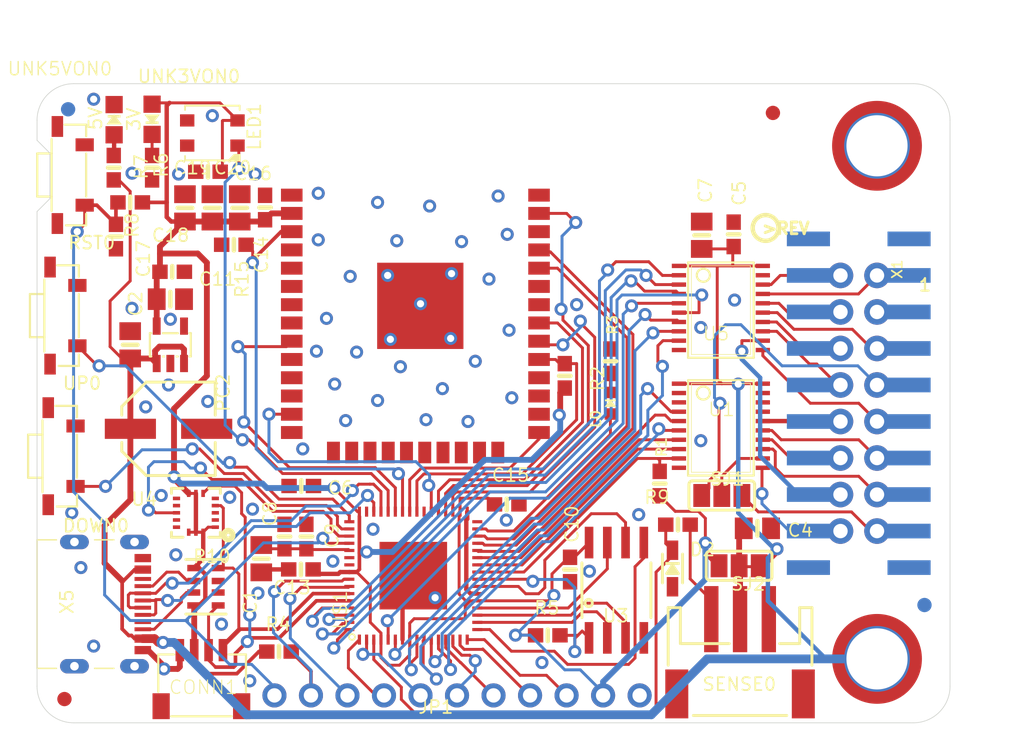
<source format=kicad_pcb>
(kicad_pcb (version 20211014) (generator pcbnew)
  (layers (0 "F.Cu" signal) (31 "B.Cu" signal) (34 "B.Paste" user) (35 "F.Paste" user) (36 "B.SilkS" user "B.Silkscreen") (37 "F.SilkS" user "F.Silkscreen") (38 "B.Mask" user) (39 "F.Mask" user) (44 "Edge.Cuts" user))
  (net 0 "")
  (net 1 "+5V")
  (net 2 "GND")
  (net 3 "SCK")
  (net 4 "D-")
  (net 5 "D+")
  (net 6 "MISO")
  (net 7 "MOSI")
  (net 8 "3.3V")
  (net 9 "A1")
  (net 10 "A0")
  (net 11 "SCL")
  (net 12 "SDA")
  (net 13 "~{RESET}")
  (net 14 "NEOPIX")
  (net 15 "FLASH_CS")
  (net 16 "FLASH_SCK")
  (net 17 "FLASH_IO0")
  (net 18 "FLASH_IO1")
  (net 19 "VDDCORE")
  (net 20 "SWCLK")
  (net 21 "SWDIO")
  (net 22 "FLASH_IO3")
  (net 23 "FLASH_IO2")
  (net 24 "ESP_CS")
  (net 25 "ESP_RESET")
  (net 26 "ESP_GPIO0")
  (net 27 "ESP_BUSY")
  (net 28 "ESP_RXD")
  (net 29 "ESP_TXD")
  (net 30 "ESP_RTS")
  (net 31 "CC1")
  (net 32 "CC2")
  (net 33 "N$2")
  (net 34 "OE_3V")
  (net 35 "CLK_3V")
  (net 36 "ADDRC_3V")
  (net 37 "ADDRA_3V")
  (net 38 "R1_3V")
  (net 39 "B1_3V")
  (net 40 "G1_3V")
  (net 41 "ADDRB_3V")
  (net 42 "ADDRE_3V")
  (net 43 "G2_3V")
  (net 44 "ADDRD_3V")
  (net 45 "LAT_3V")
  (net 46 "B2_3V")
  (net 47 "R2_3V")
  (net 48 "M1_R1")
  (net 49 "M1_B1")
  (net 50 "M1_R2")
  (net 51 "M1_B2")
  (net 52 "M1_A")
  (net 53 "M1_C")
  (net 54 "CLK")
  (net 55 "OE")
  (net 56 "LAT")
  (net 57 "M1_D")
  (net 58 "M1_B")
  (net 59 "M1_G2")
  (net 60 "M1_G1")
  (net 61 "M1_E")
  (net 62 "M1_E8")
  (net 63 "M1_E16")
  (net 64 "UP")
  (net 65 "DOWN")
  (net 66 "TXO")
  (net 67 "RXI")
  (net 68 "A2")
  (net 69 "A3")
  (net 70 "A4")
  (net 71 "VCC")
  (net 72 "A0_JST")
  (net 73 "INT")
  (net 74 "N$1")
  (net 75 "N$3")
  (net 76 "N$4")
  (net 77 "N$5")
  (footprint "boardEagle:CHIPLED_0805_NOOUTLINE" (layer "F.Cu") (at 124.7521 85.2551 180)
    (fp_text reference "UNK3VON0")
    (fp_text value "GREEN")
  )
  (footprint "boardEagle:0603-NO" (layer "F.Cu") (at 122.0851 88.6206 90)
    (fp_text reference "R7")
    (fp_text value "10K")
  )
  (footprint "boardEagle:0805-NO" (layer "F.Cu") (at 132.3467 115.81491 -90)
    (fp_text reference "C1")
    (fp_text value "10uF")
  )
  (footprint "boardEagle:0805-NO" (layer "F.Cu") (at 127.0381 91.4146 90)
    (fp_text reference "C18")
    (fp_text value "10uF")
  )
  (footprint "boardEagle:FIDUCIAL_1MM" (layer "F.Cu") (at 118.6561 125.5776)
    (fp_text reference "FID1" hide)
    (fp_text value "FIDUCIAL_1MM" hide)
  )
  (footprint "boardEagle:0603-NO" (layer "F.Cu") (at 133.9596 114.2746 -90)
    (fp_text reference "C8")
    (fp_text value ".1u")
  )
  (footprint "boardEagle:SMT_NUT_3MM" (layer "F.Cu") (at 175.1711 87.0966)
    (fp_text reference "TP2" hide)
    (fp_text value "SEWTAP_SMTNUTM3" hide)
  )
  (footprint "boardEagle:SPST_TACTILE_RA" (layer "F.Cu") (at 118.6561 98.9076 -90)
    (fp_text reference "UP0")
    (fp_text value "TL3330AF260QG" hide)
  )
  (footprint "boardEagle:SPST_TACTILE_RA" (layer "F.Cu") (at 118.5291 108.6866 -90)
    (fp_text reference "DOWN0")
    (fp_text value "TL3330AF260QG" hide)
  )
  (footprint "boardEagle:0603-NO" (layer "F.Cu") (at 149.417306 112.0394 180)
    (fp_text reference "C15")
    (fp_text value ".1u")
  )
  (footprint "boardEagle:0603-NO" (layer "F.Cu") (at 153.821493 116.568788 90)
    (fp_text reference "C10")
    (fp_text value ".1u")
  )
  (footprint "boardEagle:CHIPLED_0805_NOOUTLINE" (layer "F.Cu") (at 122.1105 85.2805)
    (fp_text reference "UNK5VON0")
    (fp_text value "GREEN")
  )
  (footprint "boardEagle:0603-NO" (layer "F.Cu") (at 152.273 121.1453 180)
    (fp_text reference "R5")
    (fp_text value "10K")
  )
  (footprint "boardEagle:PCBFEAT-REV-040" (layer "F.Cu") (at 167.4241 92.8116)
    (fp_text reference "U$44" hide)
    (fp_text value "" hide)
  )
  (footprint "boardEagle:FIDUCIAL_1MM" (layer "F.Cu") (at 167.9321 84.8106)
    (fp_text reference "FID2" hide)
    (fp_text value "FIDUCIAL_1MM" hide)
  )
  (footprint "boardEagle:CHIPLED_0603_NOOUTLINE" (layer "F.Cu") (at 156.6291 105.0036)
    (fp_text reference "L0")
    (fp_text value "RED")
  )
  (footprint "boardEagle:0603-NO" (layer "F.Cu") (at 122.2375 93.4085 90)
    (fp_text reference "C17")
    (fp_text value "0.1uF")
  )
  (footprint "boardEagle:SPST_TACTILE_RA" (layer "F.Cu") (at 119.1641 89.1286 -90)
    (fp_text reference "RST0")
    (fp_text value "TL3330AF260QG" hide)
  )
  (footprint "boardEagle:0805-NO" (layer "F.Cu") (at 123.2281 100.9396 -90)
    (fp_text reference "C2")
    (fp_text value "10uF")
  )
  (footprint "boardEagle:PANASONIC_D" (layer "F.Cu") (at 125.8951 106.7816 180)
    (fp_text reference "PC2")
    (fp_text value "47uF+/6.3V+")
  )
  (footprint "boardEagle:0603-NO" (layer "F.Cu") (at 135.1289 110.757666)
    (fp_text reference "C6")
    (fp_text value ".1u")
  )
  (footprint "boardEagle:0805-NO" (layer "F.Cu") (at 162.9791 93.3196 -90)
    (fp_text reference "C7")
    (fp_text value "10uF")
  )
  (footprint "boardEagle:1X11_ROUND" (layer "F.Cu") (at 145.9611 125.3236 180)
    (fp_text reference "JP1")
    (fp_text value "")
  )
  (footprint "boardEagle:0603-NO" (layer "F.Cu") (at 135.1026 116.5606 180)
    (fp_text reference "C13")
    (fp_text value "0.1uF")
  )
  (footprint "boardEagle:0603-NO" (layer "F.Cu") (at 128.6383 88.9)
    (fp_text reference "C16")
    (fp_text value ".1u")
  )
  (footprint "boardEagle:0603-NO" (layer "F.Cu") (at 161.3281 113.4491 180)
    (fp_text reference "R9")
    (fp_text value "1K")
  )
  (footprint "boardEagle:RESPACK_4X0603" (layer "F.Cu") (at 128.4986 117.7671 -90)
    (fp_text reference "R10")
    (fp_text value "5.1K")
  )
  (footprint "boardEagle:0603-NO" (layer "F.Cu") (at 153.4541 103.0986 90)
    (fp_text reference "R2")
    (fp_text value "10K")
  )
  (footprint "boardEagle:0603-NO" (layer "F.Cu") (at 123.2281 91.0336)
    (fp_text reference "R8")
    (fp_text value "5.1K")
  )
  (footprint "boardEagle:SOT23-DBV" (layer "F.Cu") (at 126.0221 100.9396)
    (fp_text reference "U2" hide)
    (fp_text value "AP2112K-3.3")
  )
  (footprint "boardEagle:LED3535" (layer "F.Cu") (at 128.9431 86.2076 180)
    (fp_text reference "LED1")
    (fp_text value "WS2812B3535")
  )
  (footprint "boardEagle:0805-NO" (layer "F.Cu") (at 130.8481 91.4146 90)
    (fp_text reference "C20")
    (fp_text value "10uF")
  )
  (footprint "boardEagle:SOIC8_208MIL" (layer "F.Cu") (at 157.0482 118.0084)
    (fp_text reference "U3")
    (fp_text value "GD25Q16")
  )
  (footprint "boardEagle:TSSOP20" (layer "F.Cu") (at 164.3126 106.7181 -90)
    (fp_text reference "U1")
    (fp_text value "74AHCT245")
  )
  (footprint "boardEagle:0603-NO" (layer "F.Cu") (at 133.5786 122.2756 180)
    (fp_text reference "R4")
    (fp_text value "1K")
  )
  (footprint "boardEagle:0603-NO" (layer "F.Cu") (at 165.2016 93.2561 -90)
    (fp_text reference "C5")
    (fp_text value "0.1uF")
  )
  (footprint "boardEagle:0805-NO" (layer "F.Cu") (at 126.0221 97.7646 180)
    (fp_text reference "C3" hide)
    (fp_text value "10uF")
  )
  (footprint "boardEagle:0805-NO" (layer "F.Cu") (at 166.8526 113.7031)
    (fp_text reference "C4")
    (fp_text value "10uF")
  )
  (footprint "boardEagle:2X08_SMTTHM_RGBMATRIX" (layer "F.Cu") (at 173.9011 105.0036 -90)
    (fp_text reference "X1")
    (fp_text value "RGBMATRIX_THMSMT")
  )
  (footprint "boardEagle:WROOM32" (layer "F.Cu") (at 143.0655 95.5294)
    (fp_text reference "X6" hide)
    (fp_text value "ESP32_WROOM32" hide)
  )
  (footprint "boardEagle:TSSOP20" (layer "F.Cu") (at 164.3126 98.5266 -90)
    (fp_text reference "U5")
    (fp_text value "74AHCT245")
  )
  (footprint "boardEagle:0603-NO" (layer "F.Cu") (at 135.4836 114.2746 90)
    (fp_text reference "C9")
    (fp_text value "1uF")
  )
  (footprint "boardEagle:SOLDERJUMPER_2WAY_OPEN_NOPASTE" (layer "F.Cu") (at 164.3761 111.4171)
    (fp_text reference "SJ1")
    (fp_text value "")
  )
  (footprint "boardEagle:0805-NO" (layer "F.Cu") (at 128.9431 91.4146 90)
    (fp_text reference "C19")
    (fp_text value "10uF")
  )
  (footprint "boardEagle:0603-NO" (layer "F.Cu") (at 124.7521 88.6206 -90)
    (fp_text reference "R6")
    (fp_text value "10K")
  )
  (footprint "boardEagle:0603-NO" (layer "F.Cu") (at 156.6291 102.0826 90)
    (fp_text reference "R3")
    (fp_text value "5.1K")
  )
  (footprint "boardEagle:LGA16_3X3MM" (layer "F.Cu") (at 127.8001 112.6236 180)
    (fp_text reference "U4")
    (fp_text value "LIS3DHTR")
  )
  (footprint "boardEagle:USB_C_CUSB31-CFM2AX-01-X" (layer "F.Cu") (at 120.5611 118.9736 -90)
    (fp_text reference "X5")
    (fp_text value "USB TYPE C")
  )
  (footprint "boardEagle:PQFN64-1" (layer "F.Cu") (at 142.920387 116.994204 90)
    (fp_text reference "U$1")
    (fp_text value "ATSAMD51J19")
  )
  (footprint "boardEagle:SOLDERJUMPER_2WAY_OPEN_NOPASTE" (layer "F.Cu") (at 165.5826 116.3066 180)
    (fp_text reference "SJ2")
    (fp_text value "")
  )
  (footprint "boardEagle:0603-NO" (layer "F.Cu") (at 132.609731 91.391004 -90)
    (fp_text reference "C14")
    (fp_text value ".1u")
  )
  (footprint "boardEagle:0603-NO" (layer "F.Cu") (at 126.1491 95.8596 180)
    (fp_text reference "C11")
    (fp_text value ".1u")
  )
  (footprint "boardEagle:JSTPH3" (layer "F.Cu") (at 165.6461 122.7201 180)
    (fp_text reference "SENSE0")
    (fp_text value "JST PH 3")
  )
  (footprint "boardEagle:SOD-323" (layer "F.Cu") (at 160.9471 116.4971 -90)
    (fp_text reference "D2")
    (fp_text value "3.6V")
  )
  (footprint "boardEagle:MATRIXPORTAL_TOP" (layer "F.Cu") (at 116.7511 127.2286)
    (fp_text reference "U$45" hide)
    (fp_text value "" hide)
  )
  (footprint "boardEagle:0603-NO" (layer "F.Cu") (at 130.4417 93.98 180)
    (fp_text reference "R15")
    (fp_text value "10K")
  )
  (footprint "boardEagle:0603-NO" (layer "F.Cu") (at 160.0581 110.5916 90)
    (fp_text reference "R1")
    (fp_text value "10K")
  )
  (footprint "boardEagle:SMT_NUT_3MM" (layer "F.Cu") (at 175.1711 122.7836)
    (fp_text reference "TP1" hide)
    (fp_text value "SEWTAP_SMTNUTM3" hide)
  )
  (footprint "boardEagle:JST_SH4" (layer "F.Cu") (at 128.1811 124.6886)
    (fp_text reference "CONN1")
    (fp_text value "STEMMA_I2C_QT" hide)
  )
  (footprint "boardEagle:MATRIXPORTAL_BOT" (layer "B.Cu") (at 180.2511 127.2286 180)
    (fp_text reference "U$41" hide)
    (fp_text value "" hide)
  )
  (footprint "boardEagle:FIDUCIAL_1MM" (layer "B.Cu") (at 118.9101 84.5566 180)
    (fp_text reference "FID4" hide)
    (fp_text value "FIDUCIAL_1MM" hide)
  )
  (footprint "boardEagle:FIDUCIAL_1MM" (layer "B.Cu") (at 178.4731 119.0371 180)
    (fp_text reference "FID3" hide)
    (fp_text value "FIDUCIAL_1MM" hide)
  )
  (gr_line (start 119.2911 82.7786) (end 177.7111 82.7786) (layer "Edge.Cuts") (width 0.05))
  (gr_line (start 180.2511 85.3186) (end 180.2511 124.6886) (layer "Edge.Cuts") (width 0.05))
  (gr_arc (start 119.2911 127.2286) (mid 117.495049 126.484651) (end 116.7511 124.6886) (layer "Edge.Cuts") (width 0.05))
  (gr_line (start 117.6401 87.6046) (end 116.7511 86.7156) (layer "Edge.Cuts") (width 0.05))
  (gr_line (start 117.6401 90.7796) (end 117.6401 87.6046) (layer "Edge.Cuts") (width 0.05))
  (gr_line (start 116.7511 124.6886) (end 116.7511 91.6686) (layer "Edge.Cuts") (width 0.05))
  (gr_line (start 116.7511 86.7156) (end 116.7511 85.3186) (layer "Edge.Cuts") (width 0.05))
  (gr_arc (start 177.7111 82.7786) (mid 179.507151 83.522549) (end 180.2511 85.3186) (layer "Edge.Cuts") (width 0.05))
  (gr_arc (start 180.2511 124.6886) (mid 179.507151 126.484651) (end 177.7111 127.2286) (layer "Edge.Cuts") (width 0.05))
  (gr_line (start 116.7511 91.6686) (end 117.6401 90.7796) (layer "Edge.Cuts") (width 0.05))
  (gr_line (start 177.7111 127.2286) (end 119.2911 127.2286) (layer "Edge.Cuts") (width 0.05))
  (gr_arc (start 116.7511 85.3186) (mid 117.495049 83.522549) (end 119.2911 82.7786) (layer "Edge.Cuts") (width 0.05))
  (gr_text "5V" (at 120.8151 85.1916 90) (layer "F.SilkS") (effects (font (size 0.89408 0.89408) (thickness 0.12192))))
  (gr_text "1" (at 177.9975 97.2842) (layer "F.SilkS") (effects (font (size 0.8636 0.8636) (thickness 0.1524)) (justify left bottom)))
  (gr_text "3V" (at 123.4821 85.2551 90) (layer "F.SilkS") (effects (font (size 0.89408 0.89408) (thickness 0.12192))))
  (segment (start 165.1381 94.1696) (end 165.1381 95.4516) (width 0.2032) (layer "F.Cu") (net 1))
  (segment (start 164.3761 103.6431) (end 165.5461 103.6431) (width 0.2032) (layer "F.Cu") (net 1))
  (segment (start 122.764737 117.3484) (end 122.6693 117.443838) (width 0.254) (layer "F.Cu") (net 1))
  (segment (start 123.539537 121.3736) (end 123.323537 121.1576) (width 0.254) (layer "F.Cu") (net 1))
  (segment (start 164.3761 103.6431) (end 161.3948 103.6431) (width 0.2032) (layer "F.Cu") (net 1))
  (segment (start 124.9606 102.1281) (end 125.0721 102.2396) (width 0.4064) (layer "F.Cu") (net 1))
  (segment (start 161.3948 95.4516) (end 164.0586 95.4516) (width 0.2032) (layer "F.Cu") (net 1))
  (segment (start 122.6693 117.3484) (end 121.4501 116.1292) (width 0.4064) (layer "F.Cu") (net 1))
  (segment (start 124.927181 121.3736) (end 125.186181 121.6326) (width 0.6096) (layer "F.Cu") (net 1))
  (segment (start 168.21785 115.32235) (end 167.2336 116.3066) (width 0.4064) (layer "F.Cu") (net 1))
  (segment (start 124.9606 101.3661) (end 124.9606 102.1281) (width 0.4064) (layer "F.Cu") (net 1))
  (segment (start 165.2016 94.1061) (end 165.0381 94.2696) (width 0.2032) (layer "F.Cu") (net 1))
  (segment (start 165.5461 103.6431) (end 167.2304 103.6431) (width 0.2032) (layer "F.Cu") (net 1))
  (segment (start 122.6693 120.7008) (end 122.6693 117.443838) (width 0.254) (layer "F.Cu") (net 1))
  (segment (start 165.5191 103.6701) (end 165.5461 103.6431) (width 0.2032) (layer "F.Cu") (net 1))
  (segment (start 165.0381 94.2696) (end 162.9791 94.2696) (width 0.2032) (layer "F.Cu") (net 1))
  (segment (start 124.1061 121.3736) (end 124.927181 121.3736) (width 0.6096) (layer "F.Cu") (net 1))
  (segment (start 164.0586 103.3256) (end 164.3761 103.6431) (width 0.2032) (layer "F.Cu") (net 1))
  (segment (start 126.9721 102.2396) (end 126.9721 101.2546) (width 0.4064) (layer "F.Cu") (net 1))
  (segment (start 121.4501 113.5126) (end 121.4501 116.1292) (width 0.4064) (layer "F.Cu") (net 1))
  (segment (start 122.6541 101.8896) (end 123.2281 101.8896) (width 0.2032) (layer "F.Cu") (net 1))
  (segment (start 123.2281 90.2716) (end 123.2281 96.4946) (width 0.2032) (layer "F.Cu") (net 1))
  (segment (start 126.7841 101.0666) (end 125.2601 101.0666) (width 0.4064) (layer "F.Cu") (net 1))
  (segment (start 123.2411 106.7816) (end 123.2411 111.7216) (width 0.4064) (layer "F.Cu") (net 1))
  (segment (start 121.8311 101.0666) (end 122.6541 101.8896) (width 0.2032) (layer "F.Cu") (net 1))
  (segment (start 121.8311 97.8916) (end 121.8311 101.0666) (width 0.2032) (layer "F.Cu") (net 1))
  (segment (start 123.2411 101.9026) (end 123.2281 101.8896) (width 0.4064) (layer "F.Cu") (net 1))
  (segment (start 123.2411 111.7216) (end 121.4501 113.5126) (width 0.4064) (layer "F.Cu") (net 1))
  (segment (start 123.2281 90.2716) (end 122.4271 89.4706) (width 0.2032) (layer "F.Cu") (net 1))
  (segment (start 124.1061 116.5736) (end 123.539537 116.5736) (width 0.254) (layer "F.Cu") (net 1))
  (segment (start 123.2411 106.7816) (end 123.2411 101.9026) (width 0.4064) (layer "F.Cu") (net 1))
  (segment (start 165.2016 94.1061) (end 165.1381 94.1696) (width 0.2032) (layer "F.Cu") (net 1))
  (segment (start 164.0586 95.4516) (end 165.1381 95.4516) (width 0.2032) (layer "F.Cu") (net 1))
  (segment (start 166.9796 116.3066) (end 167.2336 116.3066) (width 0.4064) (layer "F.Cu") (net 1))
  (segment (start 123.1261 121.1576) (end 122.6693 120.7008) (width 0.254) (layer "F.Cu") (net 1))
  (segment (start 124.1061 121.3736) (end 123.539537 121.3736) (width 0.254) (layer "F.Cu") (net 1))
  (segment (start 165.1381 95.4516) (end 167.2304 95.4516) (width 0.2032) (layer "F.Cu") (net 1))
  (segment (start 125.186181 121.6326) (end 125.5061 121.6326) (width 0.6096) (layer "F.Cu") (net 1))
  (segment (start 126.9721 101.2546) (end 126.7841 101.0666) (width 0.4064) (layer "F.Cu") (net 1))
  (segment (start 125.2601 101.0666) (end 124.9606 101.3661) (width 0.4064) (layer "F.Cu") (net 1))
  (segment (start 125.5061 121.6326) (end 125.5141 121.6406) (width 0.6096) (layer "F.Cu") (net 1))
  (segment (start 123.2281 96.4946) (end 121.8311 97.8916) (width 0.2032) (layer "F.Cu") (net 1))
  (segment (start 122.0851 89.4706) (end 122.4271 89.4706) (width 0.2032) (layer "F.Cu") (net 1))
  (segment (start 123.539537 116.5736) (end 122.764737 117.3484) (width 0.254) (layer "F.Cu") (net 1))
  (segment (start 168.21785 115.32235) (end 168.21785 115.13185) (width 0.4064) (layer "F.Cu") (net 1))
  (segment (start 123.323537 121.1576) (end 123.1261 121.1576) (width 0.254) (layer "F.Cu") (net 1))
  (segment (start 123.2281 101.8896) (end 124.7221 101.8896) (width 0.4064) (layer "F.Cu") (net 1))
  (segment (start 122.764737 117.3484) (end 122.6693 117.3484) (width 0.254) (layer "F.Cu") (net 1))
  (segment (start 124.7221 101.8896) (end 124.9606 102.1281) (width 0.4064) (layer "F.Cu") (net 1))
  (segment (start 164.0586 95.4516) (end 164.0586 103.3256) (width 0.2032) (layer "F.Cu") (net 1))
  (via (at 168.21785 115.13185) (size 0.9064) (drill 0.5) (layers "F.Cu" "B.Cu") (net 1))
  (via (at 165.5191 103.6701) (size 0.9064) (drill 0.5) (layers "F.Cu" "B.Cu") (net 1))
  (via (at 125.5141 121.6406) (size 0.9064) (drill 0.5) (layers "F.Cu" "B.Cu") (net 1))
  (segment (start 175.1711 122.7836) (end 171.6151 122.7836) (width 0.3048) (layer "B.Cu") (net 1))
  (segment (start 125.5141 121.6406) (end 126.2761 121.6406) (width 0.6096) (layer "B.Cu") (net 1))
  (segment (start 131.3053 126.6698) (end 126.2761 121.6406) (width 0.6096) (layer "B.Cu") (net 1))
  (segment (start 131.3053 126.6698) (end 159.4739 126.6698) (width 0.6096) (layer "B.Cu") (net 1))
  (segment (start 163.3601 122.7836) (end 159.4739 126.6698) (width 0.6096) (layer "B.Cu") (net 1))
  (segment (start 168.21785 115.13185) (end 168.02735 115.13185) (width 0.3048) (layer "B.Cu") (net 1))
  (segment (start 171.6151 122.7836) (end 167.58285 118.75135) (width 0.3048) (layer "B.Cu") (net 1))
  (segment (start 165.5191 103.6701) (end 165.5191 112.6236) (width 0.3048) (layer "B.Cu") (net 1))
  (segment (start 168.21785 115.13185) (end 167.58285 115.76685) (width 0.3048) (layer "B.Cu") (net 1))
  (segment (start 163.3601 122.7836) (end 175.1711 122.7836) (width 0.6096) (layer "B.Cu") (net 1))
  (segment (start 168.02735 115.13185) (end 165.5191 112.6236) (width 0.3048) (layer "B.Cu") (net 1))
  (segment (start 167.58285 115.76685) (end 167.58285 118.75135) (width 0.3048) (layer "B.Cu") (net 1))
  (segment (start 124.1061 122.1736) (end 124.4596 122.1736) (width 0.4064) (layer "F.Cu") (net 2))
  (segment (start 146.670387 113.052204) (end 146.670387 112.544204) (width 0.3048) (layer "F.Cu") (net 2))
  (segment (start 134.2526 116.5606) (end 132.3467 116.5606) (width 0.3048) (layer "F.Cu") (net 2))
  (segment (start 144.4371 116.994204) (end 144.4371 118.5291) (width 0.3048) (layer "F.Cu") (net 2))
  (segment (start 142.170387 121.444204) (end 142.170387 118.763813) (width 0.3048) (layer "F.Cu") (net 2))
  (segment (start 124.4596 122.1736) (end 125.7681 123.4821) (width 0.4064) (layer "F.Cu") (net 2))
  (segment (start 146.604865 117.948835) (end 146.604865 113.117725) (width 0.3048) (layer "F.Cu") (net 2))
  (segment (start 142.920387 118.013813) (end 142.920387 116.994204) (width 0.3048) (layer "F.Cu") (net 2))
  (segment (start 147.370387 118.244204) (end 146.900234 118.244204) (width 0.3048) (layer "F.Cu") (net 2))
  (segment (start 125.7681 123.4821) (end 126.5301 123.4821) (width 0.4064) (layer "F.Cu") (net 2))
  (segment (start 142.170387 118.763813) (end 142.920387 118.013813) (width 0.3048) (layer "F.Cu") (net 2))
  (segment (start 126.6811 123.3311) (end 126.6811 122.1746) (width 0.4064) (layer "F.Cu") (net 2))
  (segment (start 142.920387 116.994204) (end 144.4371 116.994204) (width 0.3048) (layer "F.Cu") (net 2))
  (segment (start 146.900234 118.244204) (end 146.604865 117.948835) (width 0.3048) (layer "F.Cu") (net 2))
  (segment (start 146.670387 113.052204) (end 146.604865 113.117725) (width 0.3048) (layer "F.Cu") (net 2))
  (segment (start 132.3467 116.5606) (end 132.3467 116.76491) (width 0.3048) (layer "F.Cu") (net 2))
  (segment (start 126.5301 123.4821) (end 126.6811 123.3311) (width 0.4064) (layer "F.Cu") (net 2))
  (via (at 129.5781 120.3706) (size 0.9064) (drill 0.5) (layers "F.Cu" "B.Cu") (net 2))
  (via (at 141.1351 96.1136) (size 0.9064) (drill 0.5) (layers "F.Cu" "B.Cu") (net 2))
  (via (at 119.7991 116.4336) (size 0.9064) (drill 0.5) (layers "F.Cu" "B.Cu") (net 2))
  (via (at 126.0221 99.1616) (size 0.9064) (drill 0.5) (layers "F.Cu" "B.Cu") (net 2))
  (via (at 141.3256 100.5586) (size 0.9064) (drill 0.5) (layers "F.Cu" "B.Cu") (net 2))
  (via (at 135.2296 108.1786) (size 0.9064) (drill 0.5) (layers "F.Cu" "B.Cu") (net 2))
  (via (at 149.5806 99.9236) (size 0.9064) (drill 0.5) (layers "F.Cu" "B.Cu") (net 2))
  (via (at 124.3076 105.2576) (size 0.9064) (drill 0.5) (layers "F.Cu" "B.Cu") (net 2))
  (via (at 136.8806 99.0981) (size 0.9064) (drill 0.5) (layers "F.Cu" "B.Cu") (net 2))
  (via (at 149.4536 93.2561) (size 0.9064) (drill 0.5) (layers "F.Cu" "B.Cu") (net 2))
  (via (at 119.1641 112.6236) (size 0.9064) (drill 0.5) (layers "F.Cu" "B.Cu") (net 2))
  (via (at 144.0561 91.2876) (size 0.9064) (drill 0.5) (layers "F.Cu" "B.Cu") (net 2))
  (via (at 158.5976 112.7506) (size 0.9064) (drill 0.5) (layers "F.Cu" "B.Cu") (net 2))
  (via (at 155.1686 116.6876) (size 0.9064) (drill 0.5) (layers "F.Cu" "B.Cu") (net 2))
  (via (at 143.4211 98.0821) (size 0.9064) (drill 0.5) (layers "F.Cu" "B.Cu") (net 2))
  (via (at 154.2796 98.1456) (size 0.9064) (drill 0.5) (layers "F.Cu" "B.Cu") (net 2))
  (via (at 131.5466 124.3076) (size 0.9064) (drill 0.5) (layers "F.Cu" "B.Cu") (net 2))
  (via (at 142.0241 102.4636) (size 0.9064) (drill 0.5) (layers "F.Cu" "B.Cu") (net 2))
  (via (at 149.3901 113.1316) (size 0.9064) (drill 0.5) (layers "F.Cu" "B.Cu") (net 2))
  (via (at 136.3091 90.3986) (size 0.9064) (drill 0.5) (layers "F.Cu" "B.Cu") (net 2))
  (via (at 128.6256 104.8766) (size 0.9064) (drill 0.5) (layers "F.Cu" "B.Cu") (net 2))
  (via (at 120.6881 121.8946) (size 0.9064) (drill 0.5) (layers "F.Cu" "B.Cu") (net 2))
  (via (at 130.1496 111.5441) (size 0.9064) (drill 0.5) (layers "F.Cu" "B.Cu") (net 2))
  (via (at 138.9761 101.4476) (size 0.9064) (drill 0.5) (layers "F.Cu" "B.Cu") (net 2))
  (via (at 125.3871 111.4171) (size 0.9064) (drill 0.5) (layers "F.Cu" "B.Cu") (net 2))
  (via (at 126.5936 89.0651) (size 0.9064) (drill 0.5) (layers "F.Cu" "B.Cu") (net 2))
  (via (at 140.1191 113.7666) (size 0.9064) (drill 0.5) (layers "F.Cu" "B.Cu") (net 2))
  (via (at 144.4371 118.5291) (size 0.9064) (drill 0.5) (layers "F.Cu" "B.Cu") (net 2))
  (via (at 165.2651 97.8281) (size 0.9064) (drill 0.5) (layers "F.Cu" "B.Cu") (net 2))
  (via (at 123.3551 89.0016) (size 0.9064) (drill 0.5) (layers "F.Cu" "B.Cu") (net 2))
  (via (at 162.9156 99.7331) (size 0.9064) (drill 0.5) (layers "F.Cu" "B.Cu") (net 2))
  (via (at 148.1836 96.3676) (size 0.9064) (drill 0.5) (layers "F.Cu" "B.Cu") (net 2))
  (via (at 149.7711 104.6226) (size 0.9064) (drill 0.5) (layers "F.Cu" "B.Cu") (net 2))
  (via (at 147.2311 102.0826) (size 0.9064) (drill 0.5) (layers "F.Cu" "B.Cu") (net 2))
  (via (at 162.9156 107.6071) (size 0.9064) (drill 0.5) (layers "F.Cu" "B.Cu") (net 2))
  (via (at 125.8951 103.7336) (size 0.9064) (drill 0.5) (layers "F.Cu" "B.Cu") (net 2))
  (via (at 138.5316 96.1771) (size 0.9064) (drill 0.5) (layers "F.Cu" "B.Cu") (net 2))
  (via (at 136.3091 93.6371) (size 0.9064) (drill 0.5) (layers "F.Cu" "B.Cu") (net 2))
  (via (at 131.7371 112.3696) (size 0.9064) (drill 0.5) (layers "F.Cu" "B.Cu") (net 2))
  (via (at 137.4521 103.6701) (size 0.9064) (drill 0.5) (layers "F.Cu" "B.Cu") (net 2))
  (via (at 140.4366 91.0336) (size 0.9064) (drill 0.5) (layers "F.Cu" "B.Cu") (net 2))
  (via (at 151.8666 123.0376) (size 0.9064) (drill 0.5) (layers "F.Cu" "B.Cu") (net 2))
  (via (at 132.1181 118.2116) (size 0.9064) (drill 0.5) (layers "F.Cu" "B.Cu") (net 2))
  (via (at 126.4031 115.5446) (size 0.9064) (drill 0.5) (layers "F.Cu" "B.Cu") (net 2))
  (via (at 120.6881 83.8581) (size 0.9064) (drill 0.5) (layers "F.Cu" "B.Cu") (net 2))
  (via (at 138.2141 106.2101) (size 0.9064) (drill 0.5) (layers "F.Cu" "B.Cu") (net 2))
  (via (at 137.3251 115.9891) (size 0.9064) (drill 0.5) (layers "F.Cu" "B.Cu") (net 2))
  (via (at 140.4366 104.8131) (size 0.9064) (drill 0.5) (layers "F.Cu" "B.Cu") (net 2))
  (via (at 145.5166 100.4951) (size 0.9064) (drill 0.5) (layers "F.Cu" "B.Cu") (net 2))
  (via (at 136.1821 101.3841) (size 0.9064) (drill 0.5) (layers "F.Cu" "B.Cu") (net 2))
  (via (at 146.2786 93.7641) (size 0.9064) (drill 0.5) (layers "F.Cu" "B.Cu") (net 2))
  (via (at 145.5801 95.9866) (size 0.9064) (drill 0.5) (layers "F.Cu" "B.Cu") (net 2))
  (via (at 143.8021 106.1466) (size 0.9064) (drill 0.5) (layers "F.Cu" "B.Cu") (net 2))
  (via (at 125.5776 123.4821) (size 0.9064) (drill 0.5) (layers "F.Cu" "B.Cu") (net 2))
  (via (at 141.7701 93.7006) (size 0.9064) (drill 0.5) (layers "F.Cu" "B.Cu") (net 2))
  (via (at 131.9276 89.0651) (size 0.9064) (drill 0.5) (layers "F.Cu" "B.Cu") (net 2))
  (via (at 146.7231 106.2736) (size 0.9064) (drill 0.5) (layers "F.Cu" "B.Cu") (net 2))
  (via (at 144.9451 103.9876) (size 0.9064) (drill 0.5) (layers "F.Cu" "B.Cu") (net 2))
  (via (at 148.8186 90.5891) (size 0.9064) (drill 0.5) (layers "F.Cu" "B.Cu") (net 2))
  (via (at 123.3551 98.3996) (size 0.9064) (drill 0.5) (layers "F.Cu" "B.Cu") (net 2))
  (via (at 128.9431 85.0011) (size 0.9064) (drill 0.5) (layers "F.Cu" "B.Cu") (net 2))
  (segment (start 155.5369 100.4149) (end 155.5369 106.673775) (width 0.2032) (layer "F.Cu") (net 3))
  (segment (start 145.670387 111.403013) (end 145.8976 111.1758) (width 0.2032) (layer "F.Cu") (net 3))
  (segment (start 151.034875 111.1758) (end 155.5369 106.673775) (width 0.2032) (layer "F.Cu") (net 3))
  (segment (start 145.670387 112.544204) (end 145.670387 111.403013) (width 0.2032) (layer "F.Cu") (net 3))
  (segment (start 145.8976 111.1758) (end 151.034875 111.1758) (width 0.2032) (layer "F.Cu") (net 3))
  (segment (start 155.5369 100.4149) (end 154.5376 99.4156) (width 0.2032) (layer "F.Cu") (net 3))
  (segment (start 154.5376 99.2886) (end 154.5376 99.4156) (width 0.2032) (layer "F.Cu") (net 3))
  (segment (start 153.3271 100.9396) (end 151.9157 100.9396) (width 0.2032) (layer "F.Cu") (net 3))
  (segment (start 151.6655 100.6894) (end 151.9157 100.9396) (width 0.2032) (layer "F.Cu") (net 3))
  (via (at 154.5376 99.2886) (size 0.9064) (drill 0.5) (layers "F.Cu" "B.Cu") (net 3))
  (via (at 153.3271 100.9396) (size 0.9064) (drill 0.5) (layers "F.Cu" "B.Cu") (net 3))
  (segment (start 154.5376 99.2886) (end 154.5376 99.7291) (width 0.2032) (layer "B.Cu") (net 3))
  (segment (start 154.5376 99.7291) (end 153.3271 100.9396) (width 0.2032) (layer "B.Cu") (net 3))
  (segment (start 139.901684 110.632497) (end 140.155684 110.632497) (width 0.2032) (layer "F.Cu") (net 4))
  (segment (start 124.0941 118.2116) (end 124.1061 118.2236) (width 0.2032) (layer "F.Cu") (net 4))
  (segment (start 123.2241 119.2236) (end 123.1011 119.1006) (width 0.2032) (layer "F.Cu") (net 4))
  (segment (start 140.670384 111.1472) (end 140.155684 110.632497) (width 0.2032) (layer "F.Cu") (net 4))
  (segment (start 124.1061 118.2236) (end 125.00365 118.2236) (width 0.2032) (layer "F.Cu") (net 4))
  (segment (start 140.670387 112.544204) (end 140.670384 112.544204) (width 0.2032) (layer "F.Cu") (net 4))
  (segment (start 123.2281 118.2116) (end 124.0941 118.2116) (width 0.2032) (layer "F.Cu") (net 4))
  (segment (start 123.1011 118.3386) (end 123.2281 118.2116) (width 0.2032) (layer "F.Cu") (net 4))
  (segment (start 138.681206 111.076994) (end 139.125706 110.632494) (width 0.2032) (layer "F.Cu") (net 4))
  (segment (start 140.670384 111.1472) (end 140.670384 112.544204) (width 0.2032) (layer "F.Cu") (net 4))
  (segment (start 139.901681 110.632494) (end 139.901684 110.632497) (width 0.2032) (layer "F.Cu") (net 4))
  (segment (start 124.1061 119.2236) (end 123.2241 119.2236) (width 0.2032) (layer "F.Cu") (net 4))
  (segment (start 125.71015 117.5171) (end 125.00365 118.2236) (width 0.2032) (layer "F.Cu") (net 4))
  (segment (start 125.71015 117.5171) (end 126.1491 117.5171) (width 0.2032) (layer "F.Cu") (net 4))
  (segment (start 139.125706 110.632494) (end 139.901681 110.632494) (width 0.2032) (layer "F.Cu") (net 4))
  (segment (start 123.1011 119.1006) (end 123.1011 118.3386) (width 0.2032) (layer "F.Cu") (net 4))
  (via (at 126.1491 117.5171) (size 0.9064) (drill 0.5) (layers "F.Cu" "B.Cu") (net 4))
  (via (at 138.681206 111.076994) (size 0.9064) (drill 0.5) (layers "F.Cu" "B.Cu") (net 4))
  (segment (start 134.437025 113.1697) (end 131.6395 113.1697) (width 0.2032) (layer "B.Cu") (net 4))
  (segment (start 127.2921 117.5171) (end 126.1491 117.5171) (width 0.2032) (layer "B.Cu") (net 4))
  (segment (start 138.776456 111.172244) (end 137.792206 112.156494) (width 0.2032) (layer "B.Cu") (net 4))
  (segment (start 135.450231 112.156494) (end 134.437025 113.1697) (width 0.2032) (layer "B.Cu") (net 4))
  (segment (start 138.681206 111.076994) (end 138.776456 111.172244) (width 0.2032) (layer "B.Cu") (net 4))
  (segment (start 137.792206 112.156494) (end 135.450231 112.156494) (width 0.2032) (layer "B.Cu") (net 4))
  (segment (start 131.6395 113.1697) (end 127.2921 117.5171) (width 0.2032) (layer "B.Cu") (net 4))
  (segment (start 125.0061 118.7236) (end 124.1061 118.7236) (width 0.2032) (layer "F.Cu") (net 5))
  (segment (start 125.8316 118.7196) (end 125.8316 118.6601) (width 0.2032) (layer "F.Cu") (net 5))
  (segment (start 125.0061 118.6601) (end 125.0061 118.7236) (width 0.2032) (layer "F.Cu") (net 5))
  (segment (start 139.7381 111.4806) (end 139.7381 111.4171) (width 0.2032) (layer "F.Cu") (net 5))
  (segment (start 140.170387 112.544204) (end 140.170387 111.912888) (width 0.2032) (layer "F.Cu") (net 5))
  (segment (start 140.170387 111.912888) (end 139.7381 111.4806) (width 0.2032) (layer "F.Cu") (net 5))
  (segment (start 125.0061 118.7236) (end 125.0061 119.6086) (width 0.2032) (layer "F.Cu") (net 5))
  (segment (start 125.0061 119.6086) (end 124.8911 119.7236) (width 0.2032) (layer "F.Cu") (net 5))
  (segment (start 125.8316 118.6601) (end 125.0061 118.6601) (width 0.2032) (layer "F.Cu") (net 5))
  (segment (start 124.8911 119.7236) (end 124.1061 119.7236) (width 0.2032) (layer "F.Cu") (net 5))
  (via (at 125.8316 118.7196) (size 0.9064) (drill 0.5) (layers "F.Cu" "B.Cu") (net 5))
  (via (at 139.7381 111.4171) (size 0.9064) (drill 0.5) (layers "F.Cu" "B.Cu") (net 5))
  (segment (start 139.7381 111.4171) (end 138.5316 112.6236) (width 0.2032) (layer "B.Cu") (net 5))
  (segment (start 138.5316 112.6236) (end 135.7376 112.6236) (width 0.2032) (layer "B.Cu") (net 5))
  (segment (start 131.8641 113.5761) (end 126.7206 118.7196) (width 0.2032) (layer "B.Cu") (net 5))
  (segment (start 134.7851 113.5761) (end 131.8641 113.5761) (width 0.2032) (layer "B.Cu") (net 5))
  (segment (start 135.7376 112.6236) (end 134.7851 113.5761) (width 0.2032) (layer "B.Cu") (net 5))
  (segment (start 125.8316 118.7196) (end 126.7206 118.7196) (width 0.2032) (layer "B.Cu") (net 5))
  (segment (start 153.3271 98.5901) (end 153.2001 98.4631) (width 0.2032) (layer "F.Cu") (net 6))
  (segment (start 155.0924 100.987163) (end 153.3271 99.221863) (width 0.2032) (layer "F.Cu") (net 6))
  (segment (start 154.2161 92.4306) (end 153.5849 91.7994) (width 0.2032) (layer "F.Cu") (net 6))
  (segment (start 155.0924 106.483275) (end 155.0924 100.987163) (width 0.2032) (layer "F.Cu") (net 6))
  (segment (start 155.0924 106.483275) (end 150.844375 110.7313) (width 0.2032) (layer "F.Cu") (net 6))
  (segment (start 153.3271 98.5901) (end 153.3271 99.221863) (width 0.2032) (layer "F.Cu") (net 6))
  (segment (start 150.844375 110.7313) (end 145.7071 110.7313) (width 0.2032) (layer "F.Cu") (net 6))
  (segment (start 145.7071 110.7313) (end 145.170387 111.268013) (width 0.2032) (layer "F.Cu") (net 6))
  (segment (start 145.170387 111.268013) (end 145.170387 112.544204) (width 0.2032) (layer "F.Cu") (net 6))
  (segment (start 153.5849 91.7994) (end 151.6655 91.7994) (width 0.2032) (layer "F.Cu") (net 6))
  (via (at 153.2001 98.4631) (size 0.9064) (drill 0.5) (layers "F.Cu" "B.Cu") (net 6))
  (via (at 154.2161 92.4306) (size 0.9064) (drill 0.5) (layers "F.Cu" "B.Cu") (net 6))
  (segment (start 153.2636 93.3831) (end 154.2161 92.4306) (width 0.2032) (layer "B.Cu") (net 6))
  (segment (start 153.2636 98.5266) (end 153.2001 98.4631) (width 0.2032) (layer "B.Cu") (net 6))
  (segment (start 153.2636 93.3831) (end 153.2636 98.5266) (width 0.2032) (layer "B.Cu") (net 6))
  (segment (start 134.4655 105.7656) (end 132.8801 105.7656) (width 0.2032) (layer "F.Cu") (net 7))
  (segment (start 144.170387 110.715025) (end 143.991887 110.715025) (width 0.2032) (layer "F.Cu") (net 7))
  (segment (start 144.170387 112.544204) (end 144.170387 110.715025) (width 0.2032) (layer "F.Cu") (net 7))
  (segment (start 134.4655 105.7656) (end 134.4655 105.7694) (width 0.2032) (layer "F.Cu") (net 7))
  (via (at 132.8801 105.7656) (size 0.9064) (drill 0.5) (layers "F.Cu" "B.Cu") (net 7))
  (via (at 143.991887 110.715025) (size 0.9064) (drill 0.5) (layers "F.Cu" "B.Cu") (net 7))
  (segment (start 132.8801 108.4326) (end 132.8801 105.7656) (width 0.2032) (layer "B.Cu") (net 7))
  (segment (start 143.106462 109.0676) (end 133.5151 109.0676) (width 0.2032) (layer "B.Cu") (net 7))
  (segment (start 133.5151 109.0676) (end 132.8801 108.4326) (width 0.2032) (layer "B.Cu") (net 7))
  (segment (start 144.055387 110.016525) (end 144.055387 110.651525) (width 0.2032) (layer "B.Cu") (net 7))
  (segment (start 143.991887 110.715025) (end 144.055387 110.651525) (width 0.2032) (layer "B.Cu") (net 7))
  (segment (start 144.055387 110.016525) (end 143.106462 109.0676) (width 0.2032) (layer "B.Cu") (net 7))
  (segment (start 138.470387 116.744204) (end 138.982996 116.744204) (width 0.3048) (layer "F.Cu") (net 8))
  (segment (start 128.5748 123.8123) (end 127.6811 122.9186) (width 0.254) (layer "F.Cu") (net 8))
  (segment (start 146.170387 111.6076) (end 148.135506 111.6076) (width 0.2032) (layer "F.Cu") (net 8))
  (segment (start 142.9766 119.9896) (end 146.5326 119.9896) (width 0.2032) (layer "F.Cu") (net 8))
  (segment (start 127.6486 116.4671) (end 128.3081 115.8076) (width 0.3048) (layer "F.Cu") (net 8))
  (segment (start 128.4542 116.8972) (end 128.4542 118.637) (width 0.3048) (layer "F.Cu") (net 8))
  (segment (start 129.4883 88.9) (end 129.6416 88.7467) (width 0.2032) (layer "F.Cu") (net 8))
  (segment (start 129.4726 84.1121) (end 130.6931 85.3326) (width 0.2032) (layer "F.Cu") (net 8))
  (segment (start 146.5326 118.7053) (end 146.5326 119.1006) (width 0.2032) (layer "F.Cu") (net 8))
  (segment (start 127.9271 94.5896) (end 128.5621 95.2246) (width 0.4064) (layer "F.Cu") (net 8))
  (segment (start 136.263203 116.871204) (end 135.9526 116.5606) (width 0.3048) (layer "F.Cu") (net 8))
  (segment (start 163.2331 114.7191) (end 163.2331 115.3541) (width 0.4064) (layer "F.Cu") (net 8))
  (segment (start 153.1366 104.2661) (end 153.1366 105.7656) (width 0.4064) (layer "F.Cu") (net 8))
  (segment (start 133.051334 91.7994) (end 132.609731 92.241004) (width 0.4064) (layer "F.Cu") (net 8))
  (segment (start 130.6449 123.8123) (end 128.5748 123.8123) (width 0.254) (layer "F.Cu") (net 8))
  (segment (start 141.202121 123.2241) (end 140.670387 122.692366) (width 0.2032) (layer "F.Cu") (net 8))
  (segment (start 146.170387 112.544204) (end 146.170387 111.6076) (width 0.2032) (layer "F.Cu") (net 8))
  (segment (start 128.5621 103.0986) (end 126.2761 105.3846) (width 0.4064) (layer "F.Cu") (net 8))
  (segment (start 164.1856 116.3066) (end 163.2331 115.3541) (width 0.4064) (layer "F.Cu") (net 8))
  (segment (start 127.8001 113.9736) (end 128.3081 113.9736) (width 0.2032) (layer "F.Cu") (net 8))
  (segment (start 142.670387 122.510788) (end 142.670387 121.444204) (width 0.2032) (layer "F.Cu") (net 8))
  (segment (start 153.821493 115.718788) (end 154.117812 115.718788) (width 0.2032) (layer "F.Cu") (net 8))
  (segment (start 132.7286 122.2756) (end 132.1816 122.2756) (width 0.254) (layer "F.Cu") (net 8))
  (segment (start 128.5621 95.2246) (end 128.5621 103.0986) (width 0.4064) (layer "F.Cu") (net 8))
  (segment (start 127.8001 111.2736) (end 127.8001 113.9736) (width 0.3048) (layer "F.Cu") (net 8))
  (segment (start 146.106887 118.279588) (end 146.5326 118.7053) (width 0.2032) (layer "F.Cu") (net 8))
  (segment (start 152.5651 118.23945) (end 152.5651 116.8781) (width 0.2032) (layer "F.Cu") (net 8))
  (segment (start 128.3081 115.8076) (end 128.3081 113.9736) (width 0.3048) (layer "F.Cu") (net 8))
  (segment (start 125.2991 94.5896) (end 127.9271 94.5896) (width 0.4064) (layer "F.Cu") (net 8))
  (segment (start 155.1432 114.6934) (end 154.117812 115.718788) (width 0.2032) (layer "F.Cu") (net 8))
  (segment (start 146.5326 119.9896) (end 146.5326 119.1006) (width 0.2032) (layer "F.Cu") (net 8))
  (segment (start 160.0581 111.4416) (end 161.1385 112.522) (width 0.2032) (layer "F.Cu") (net 8))
  (segment (start 139.240784 115.347204) (end 139.6746 115.347204) (width 0.254) (layer "F.Cu") (net 8))
  (segment (start 124.0781 91.0336) (end 125.7681 91.0336) (width 0.254) (layer "F.Cu") (net 8))
  (segment (start 142.670387 121.444204) (end 142.670387 120.295813) (width 0.2032) (layer "F.Cu") (net 8))
  (segment (start 124.7521 84.2051) (end 124.8451 84.1121) (width 0.2032) (layer "F.Cu") (net 8))
  (segment (start 147.370387 118.744204) (end 152.322146 118.744204) (width 0.2032) (layer "F.Cu") (net 8))
  (segment (start 139.170387 112.8776) (end 139.170387 115.4176) (width 0.254) (layer "F.Cu") (net 8))
  (segment (start 125.0721 96.0866) (end 125.2991 95.8596) (width 0.4064) (layer "F.Cu") (net 8))
  (segment (start 125.0721 97.7646) (end 125.0721 96.0866) (width 0.4064) (layer "F.Cu") (net 8))
  (segment (start 125.9586 84.1121) (end 129.4726 84.1121) (width 0.2032) (layer "F.Cu") (net 8))
  (segment (start 146.5326 119.1006) (end 146.888996 118.744204) (width 0.2032) (layer "F.Cu") (net 8))
  (segment (start 125.2991 95.8596) (end 125.2991 94.5896) (width 0.4064) (layer "F.Cu") (net 8))
  (segment (start 126.0831 92.3646) (end 125.7681 92.0496) (width 0.3048) (layer "F.Cu") (net 8))
  (segment (start 129.6416 88.7467) (end 129.6416 85.3681) (width 0.2032) (layer "F.Cu") (net 8))
  (segment (start 126.2761 110.1226) (end 126.2761 110.2496) (width 0.4064) (layer "F.Cu") (net 8))
  (segment (start 140.670387 120.985388) (end 139.928606 120.24361) (width 0.2032) (layer "F.Cu") (net 8))
  (segment (start 125.2991 94.5896) (end 125.2991 94.1036) (width 0.4064) (layer "F.Cu") (net 8))
  (segment (start 127.0381 92.3646) (end 126.0831 92.3646) (width 0.3048) (layer "F.Cu") (net 8))
  (segment (start 132.486134 92.3646) (end 132.609731 92.241004) (width 0.4064) (layer "F.Cu") (net 8))
  (segment (start 161.1385 112.522) (end 162.7505 112.522) (width 0.2032) (layer "F.Cu") (net 8))
  (segment (start 127.3001 113.9736) (end 127.8001 113.9736) (width 0.2032) (layer "F.Cu") (net 8))
  (segment (start 137.835387 116.744204) (end 137.708387 116.871204) (width 0.3048) (layer "F.Cu") (net 8))
  (segment (start 128.3001 113.9736) (end 127.8001 113.9736) (width 0.2032) (layer "F.Cu") (net 8))
  (segment (start 127.6811 122.9186) (end 127.6811 122.1746) (width 0.254) (layer "F.Cu") (net 8))
  (segment (start 139.170387 115.4176) (end 139.240784 115.347204) (width 0.254) (layer "F.Cu") (net 8))
  (segment (start 125.7681 91.0336) (end 125.7681 84.3026) (width 0.3048) (layer "F.Cu") (net 8))
  (segment (start 152.322146 118.744204) (end 152.696 118.37035) (width 0.2032) (layer "F.Cu") (net 8))
  (segment (start 148.135506 111.6076) (end 148.567306 112.0394) (width 0.2032) (layer "F.Cu") (net 8))
  (segment (start 127.6811 122.1746) (end 127.6811 119.0996) (width 0.4064) (layer "F.Cu") (net 8))
  (segment (start 125.0061 97.6986) (end 125.0721 97.7646) (width 0.4064) (layer "F.Cu") (net 8))
  (segment (start 151.4103 121.1326) (end 151.423 121.1453) (width 0.2032) (layer "F.Cu") (net 8))
  (segment (start 137.39844 110.899257) (end 137.293981 111.003716) (width 0.2032) (layer "F.Cu") (net 8))
  (segment (start 152.696 118.37035) (end 152.5651 118.23945) (width 0.2032) (layer "F.Cu") (net 8))
  (segment (start 139.9286 117.689807) (end 139.928606 117.689813) (width 0.2032) (layer "F.Cu") (net 8))
  (segment (start 129.6416 85.3681) (end 129.6771 85.3326) (width 0.2032) (layer "F.Cu") (net 8))
  (segment (start 138.982996 116.744207) (end 138.982996 116.744204) (width 0.2032) (layer "F.Cu") (net 8))
  (segment (start 139.928606 117.689813) (end 139.928606 120.24361) (width 0.2032) (layer "F.Cu") (net 8))
  (segment (start 153.1366 105.7656) (end 153.0731 105.8291) (width 0.4064) (layer "F.Cu") (net 8))
  (segment (start 128.0241 116.4671) (end 128.4542 116.8972) (width 0.3048) (layer "F.Cu") (net 8))
  (segment (start 125.7681 84.3026) (end 125.9586 84.1121) (width 0.3048) (layer "F.Cu") (net 8))
  (segment (start 139.9286 117.689807) (end 138.982996 116.744207) (width 0.2032) (layer "F.Cu") (net 8))
  (segment (start 127.3001 111.2736) (end 127.8001 111.2736) (width 0.2032) (layer "F.Cu") (net 8))
  (segment (start 128.3001 113.9736) (end 128.6501 113.6236) (width 0.2032) (layer "F.Cu") (net 8))
  (segment (start 146.106887 112.607704) (end 146.106887 118.279588) (width 0.2032) (layer "F.Cu") (net 8))
  (segment (start 139.043387 112.544204) (end 137.39844 110.899257) (width 0.2032) (layer "F.Cu") (net 8))
  (segment (start 150.0251 121.1326) (end 151.4103 121.1326) (width 0.2032) (layer "F.Cu") (net 8))
  (segment (start 163.2331 113.0046) (end 163.2331 114.7191) (width 0.2032) (layer "F.Cu") (net 8))
  (segment (start 127.6486 116.4671) (end 128.0241 116.4671) (width 0.3048) (layer "F.Cu") (net 8))
  (segment (start 126.2761 105.3846) (end 126.2761 110.1226) (width 0.4064) (layer "F.Cu") (net 8))
  (segment (start 129.6771 85.3326) (end 130.6931 85.3326) (width 0.2032) (layer "F.Cu") (net 8))
  (segment (start 124.8451 84.1121) (end 125.9586 84.1121) (width 0.2032) (layer "F.Cu") (net 8))
  (segment (start 134.4655 91.7994) (end 133.051334 91.7994) (width 0.4064) (layer "F.Cu") (net 8))
  (segment (start 139.170387 112.544204) (end 139.170387 112.8776) (width 0.2032) (layer "F.Cu") (net 8))
  (segment (start 130.8481 92.3646) (end 132.486134 92.3646) (width 0.4064) (layer "F.Cu") (net 8))
  (segment (start 127.3001 111.2736) (end 126.2761 110.2496) (width 0.4064) (layer "F.Cu") (net 8))
  (segment (start 127.0381 92.3646) (end 128.9431 92.3646) (width 0.4064) (layer "F.Cu") (net 8))
  (segment (start 127.0381 92.3646) (end 125.2991 94.1036) (width 0.4064) (layer "F.Cu") (net 8))
  (segment (start 127.6811 119.0996) (end 127.6486 119.0671) (width 0.4064) (layer "F.Cu") (net 8))
  (segment (start 140.670387 122.692366) (end 140.670387 121.444204) (width 0.2032) (layer "F.Cu") (net 8))
  (segment (start 135.9789 110.757666) (end 136.22495 111.003716) (width 0.2032) (layer "F.Cu") (net 8))
  (segment (start 138.470387 116.744204) (end 137.835387 116.744204) (width 0.3048) (layer "F.Cu") (net 8))
  (segment (start 153.724412 115.718788) (end 153.821493 115.718788) (width 0.2032) (layer "F.Cu") (net 8))
  (segment (start 125.0721 97.7646) (end 125.0721 97.3226) (width 0.4064) (layer "F.Cu") (net 8))
  (segment (start 125.0721 97.3226) (end 125.0061 97.2566) (width 0.4064) (layer "F.Cu") (net 8))
  (segment (start 128.4542 118.637) (end 127.9916 119.0996) (width 0.3048) (layer "F.Cu") (net 8))
  (segment (start 139.170387 112.544204) (end 139.043387 112.544204) (width 0.2032) (layer "F.Cu") (net 8))
  (segment (start 141.957075 123.2241) (end 141.202121 123.2241) (width 0.2032) (layer "F.Cu") (net 8))
  (segment (start 137.708387 116.871204) (end 136.263203 116.871204) (width 0.3048) (layer "F.Cu") (net 8))
  (segment (start 132.1816 122.2756) (end 130.6449 123.8123) (width 0.254) (layer "F.Cu") (net 8))
  (segment (start 125.0721 99.6396) (end 125.0721 97.7646) (width 0.4064) (layer "F.Cu") (net 8))
  (segment (start 141.957075 123.2241) (end 142.670387 122.510788) (width 0.2032) (layer "F.Cu") (net 8))
  (segment (start 125.7681 92.0496) (end 125.7681 91.0336) (width 0.3048) (layer "F.Cu") (net 8))
  (segment (start 128.6501 113.6236) (end 129.1501 113.6236) (width 0.2032) (layer "F.Cu") (net 8))
  (segment (start 140.670387 121.444204) (end 140.670387 120.985388) (width 0.2032) (layer "F.Cu") (net 8))
  (segment (start 137.293981 111.003716) (end 136.22495 111.003716) (width 0.2032) (layer "F.Cu") (net 8))
  (segment (start 142.670387 120.295813) (end 142.9766 119.9896) (width 0.2032) (layer "F.Cu") (net 8))
  (segment (start 146.106887 112.607704) (end 146.170387 112.544204) (width 0.2032) (layer "F.Cu") (net 8))
  (segment (start 127.9916 119.0996) (end 127.6811 119.0996) (width 0.3048) (layer "F.Cu") (net 8))
  (segment (start 125.0061 97.2566) (end 125.0061 97.6986) (width 0.4064) (layer "F.Cu") (net 8))
  (segment (start 152.5651 116.8781) (end 153.724412 115.718788) (width 0.2032) (layer "F.Cu") (net 8))
  (segment (start 153.4541 103.9486) (end 153.1366 104.2661) (width 0.4064) (layer "F.Cu") (net 8))
  (segment (start 162.7505 112.522) (end 163.2331 113.0046) (width 0.2032) (layer "F.Cu") (net 8))
  (segment (start 138.982996 116.744204) (end 139.170387 116.556813) (width 0.254) (layer "F.Cu") (net 8))
  (segment (start 139.170387 115.4176) (end 139.170387 116.556813) (width 0.254) (layer "F.Cu") (net 8))
  (segment (start 128.9431 92.3646) (end 130.8481 92.3646) (width 0.4064) (layer "F.Cu") (net 8))
  (segment (start 146.888996 118.744204) (end 147.370387 118.744204) (width 0.2032) (layer "F.Cu") (net 8))
  (via (at 163.2331 114.7191) (size 0.9064) (drill 0.5) (layers "F.Cu" "B.Cu") (net 8))
  (via (at 153.0731 105.8291) (size 0.9064) (drill 0.5) (layers "F.Cu" "B.Cu") (net 8))
  (via (at 150.0251 121.1326) (size 0.9064) (drill 0.5) (layers "F.Cu" "B.Cu") (net 8))
  (via (at 152.696 118.37035) (size 0.9064) (drill 0.5) (layers "F.Cu" "B.Cu") (net 8))
  (via (at 137.39844 110.899257) (size 0.9064) (drill 0.5) (layers "F.Cu" "B.Cu") (net 8))
  (via (at 126.2761 110.1226) (size 0.9064) (drill 0.5) (layers "F.Cu" "B.Cu") (net 8))
  (via (at 139.6746 115.347204) (size 0.9064) (drill 0.5) (layers "F.Cu" "B.Cu") (net 8))
  (segment (start 153.1366 105.8926) (end 153.0731 105.8291) (width 0.4064) (layer "B.Cu") (net 8))
  (segment (start 156.1211 124.3711) (end 156.1211 125.1331) (width 0.4064) (layer "B.Cu") (net 8))
  (segment (start 156.1211 125.1331) (end 156.1211 125.3236) (width 0.2032) (layer "B.Cu") (net 8))
  (segment (start 153.1366 105.8926) (end 153.1366 106.9721) (width 0.4064) (layer "B.Cu") (net 8))
  (segment (start 126.2761 110.1226) (end 126.7451 110.5916) (width 0.4064) (layer "B.Cu") (net 8))
  (segment (start 147.874575 108.9406) (end 151.1681 108.9406) (width 0.4064) (layer "B.Cu") (net 8))
  (segment (start 153.4541 123.5456) (end 154.5336 123.5456) (width 0.2032) (layer "B.Cu") (net 8))
  (segment (start 152.696 118.37035) (end 152.696 118.4617) (width 0.2032) (layer "B.Cu") (net 8))
  (segment (start 141.467971 115.347204) (end 139.6746 115.347204) (width 0.4064) (layer "B.Cu") (net 8))
  (segment (start 153.4541 123.5456) (end 151.0411 121.1326) (width 0.2032) (layer "B.Cu") (net 8))
  (segment (start 150.0251 121.1326) (end 151.0411 121.1326) (width 0.2032) (layer "B.Cu") (net 8))
  (segment (start 137.39844 110.899257) (end 132.743256 110.899257) (width 0.4064) (layer "B.Cu") (net 8))
  (segment (start 132.743256 110.899257) (end 132.4356 110.5916) (width 0.4064) (layer "B.Cu") (net 8))
  (segment (start 153.1366 106.9721) (end 151.1681 108.9406) (width 0.4064) (layer "B.Cu") (net 8))
  (segment (start 154.5336 123.5456) (end 156.1211 125.1331) (width 0.2032) (layer "B.Cu") (net 8))
  (segment (start 152.696 118.4617) (end 150.0251 121.1326) (width 0.2032) (layer "B.Cu") (net 8))
  (segment (start 163.2331 117.2591) (end 156.1211 124.3711) (width 0.4064) (layer "B.Cu") (net 8))
  (segment (start 163.2331 114.7191) (end 163.2331 117.2591) (width 0.4064) (layer "B.Cu") (net 8))
  (segment (start 141.467971 115.347204) (end 147.874575 108.9406) (width 0.4064) (layer "B.Cu") (net 8))
  (segment (start 132.4356 110.5916) (end 126.7451 110.5916) (width 0.4064) (layer "B.Cu") (net 8))
  (segment (start 146.29 122.5296) (end 146.8501 122.5296) (width 0.2032) (layer "F.Cu") (net 9))
  (segment (start 146.29 122.5296) (end 145.670387 121.909988) (width 0.2032) (layer "F.Cu") (net 9))
  (segment (start 145.670387 121.444204) (end 145.670387 121.909988) (width 0.2032) (layer "F.Cu") (net 9))
  (segment (start 146.8501 122.5296) (end 147.2311 122.9106) (width 0.2032) (layer "F.Cu") (net 9))
  (via (at 147.2311 122.9106) (size 0.9064) (drill 0.5) (layers "F.Cu" "B.Cu") (net 9))
  (segment (start 147.2311 122.9106) (end 147.2311 123.6726) (width 0.2032) (layer "B.Cu") (net 9))
  (segment (start 147.2311 123.6726) (end 145.9611 124.9426) (width 0.2032) (layer "B.Cu") (net 9))
  (segment (start 145.9611 125.3236) (end 145.9611 124.9426) (width 0.2032) (layer "B.Cu") (net 9))
  (segment (start 142.0876 125.60655) (end 143.01115 126.5301) (width 0.2032) (layer "F.Cu") (net 10))
  (segment (start 160.9471 115.6081) (end 160.9471 115.2271) (width 0.2032) (layer "F.Cu") (net 10))
  (segment (start 159.3596 126.5301) (end 159.8041 126.0856) (width 0.2032) (layer "F.Cu") (net 10))
  (segment (start 143.01115 126.5301) (end 159.3596 126.5301) (width 0.2032) (layer "F.Cu") (net 10))
  (segment (start 142.0876 124.7521) (end 142.0876 125.60655) (width 0.2032) (layer "F.Cu") (net 10))
  (segment (start 140.170387 122.834888) (end 142.0876 124.7521) (width 0.2032) (layer "F.Cu") (net 10))
  (segment (start 160.9471 115.6081) (end 159.8041 116.7511) (width 0.2032) (layer "F.Cu") (net 10))
  (segment (start 159.8041 126.0856) (end 159.8041 116.7511) (width 0.2032) (layer "F.Cu") (net 10))
  (segment (start 160.4781 114.7581) (end 160.9471 115.2271) (width 0.2032) (layer "F.Cu") (net 10))
  (segment (start 160.4781 113.4491) (end 160.4781 114.7581) (width 0.2032) (layer "F.Cu") (net 10))
  (segment (start 140.170387 121.444204) (end 140.170387 122.834888) (width 0.2032) (layer "F.Cu") (net 10))
  (segment (start 130.3736 116.4671) (end 130.7846 116.8781) (width 0.2032) (layer "F.Cu") (net 11))
  (segment (start 135.947415 118.244204) (end 138.470387 118.244204) (width 0.254) (layer "F.Cu") (net 11))
  (segment (start 133.477518 120.7141) (end 130.8876 120.7141) (width 0.254) (layer "F.Cu") (net 11))
  (segment (start 129.6811 122.1746) (end 129.6811 121.9206) (width 0.254) (layer "F.Cu") (net 11))
  (segment (start 129.7051 112.2976) (end 129.5311 112.1236) (width 0.2032) (layer "F.Cu") (net 11))
  (segment (start 129.1501 112.1236) (end 129.5311 112.1236) (width 0.2032) (layer "F.Cu") (net 11))
  (segment (start 135.947415 118.244204) (end 133.477518 120.7141) (width 0.254) (layer "F.Cu") (net 11))
  (segment (start 130.8876 120.7141) (end 129.6811 121.9206) (width 0.254) (layer "F.Cu") (net 11))
  (segment (start 129.3486 116.4671) (end 130.3736 116.4671) (width 0.2032) (layer "F.Cu") (net 11))
  (segment (start 130.7846 120.6881) (end 129.6811 121.7916) (width 0.2032) (layer "F.Cu") (net 11))
  (segment (start 129.3486 116.4671) (end 129.7051 116.4671) (width 0.2032) (layer "F.Cu") (net 11))
  (segment (start 129.7051 112.2976) (end 129.7051 116.4671) (width 0.2032) (layer "F.Cu") (net 11))
  (segment (start 129.6811 121.7916) (end 129.6811 122.1746) (width 0.2032) (layer "F.Cu") (net 11))
  (segment (start 130.7846 116.8781) (end 130.7846 120.6881) (width 0.2032) (layer "F.Cu") (net 11))
  (segment (start 138.470387 118.744204) (end 136.177471 118.744204) (width 0.254) (layer "F.Cu") (net 12))
  (segment (start 128.6811 122.1746) (end 128.6811 119.7346) (width 0.2032) (layer "F.Cu") (net 12))
  (segment (start 128.6811 119.7346) (end 129.3486 119.0671) (width 0.2032) (layer "F.Cu") (net 12))
  (segment (start 130.423575 123.3551) (end 129.1631 123.3551) (width 0.254) (layer "F.Cu") (net 12))
  (segment (start 129.1631 123.3551) (end 128.6811 122.8731) (width 0.2032) (layer "F.Cu") (net 12))
  (segment (start 131.376075 121.5771) (end 130.550575 122.4026) (width 0.254) (layer "F.Cu") (net 12))
  (segment (start 130.9791 111.2306) (end 130.9791 112.683575) (width 0.2032) (layer "F.Cu") (net 12))
  (segment (start 128.3001 111.2736) (end 128.8081 110.7656) (width 0.2032) (layer "F.Cu") (net 12))
  (segment (start 130.9791 112.683575) (end 131.2291 112.933575) (width 0.2032) (layer "F.Cu") (net 12))
  (segment (start 131.2291 112.933575) (end 131.2291 119.4227) (width 0.2032) (layer "F.Cu") (net 12))
  (segment (start 133.598575 121.3231) (end 131.630075 121.3231) (width 0.254) (layer "F.Cu") (net 12))
  (segment (start 130.550575 122.4026) (end 130.550575 123.2281) (width 0.254) (layer "F.Cu") (net 12))
  (segment (start 131.376075 121.5771) (end 131.630075 121.3231) (width 0.254) (layer "F.Cu") (net 12))
  (segment (start 128.8081 110.7656) (end 130.5141 110.7656) (width 0.2032) (layer "F.Cu") (net 12))
  (segment (start 128.6811 122.1746) (end 128.6811 122.8731) (width 0.2032) (layer "F.Cu") (net 12))
  (segment (start 130.550575 123.2281) (end 130.423575 123.3551) (width 0.254) (layer "F.Cu") (net 12))
  (segment (start 131.2291 119.4227) (end 131.5466 119.7402) (width 0.2032) (layer "F.Cu") (net 12))
  (segment (start 136.177471 118.744204) (end 133.598575 121.3231) (width 0.254) (layer "F.Cu") (net 12))
  (segment (start 130.5141 110.7656) (end 130.9791 111.2306) (width 0.2032) (layer "F.Cu") (net 12))
  (via (at 131.5466 119.7402) (size 0.9064) (drill 0.5) (layers "F.Cu" "B.Cu") (net 12))
  (via (at 131.376075 121.5771) (size 0.9064) (drill 0.5) (layers "F.Cu" "B.Cu") (net 12))
  (segment (start 131.5466 119.7402) (end 131.5466 121.406575) (width 0.2032) (layer "B.Cu") (net 12))
  (segment (start 131.5466 121.406575) (end 131.376075 121.5771) (width 0.2032) (layer "B.Cu") (net 12))
  (segment (start 120.9076 91.2286) (end 122.2375 92.5585) (width 0.254) (layer "F.Cu") (net 13))
  (segment (start 138.470387 114.744204) (end 136.976728 114.744204) (width 0.2032) (layer "F.Cu") (net 13))
  (segment (start 122.2375 91.1742) (end 122.3781 91.0336) (width 0.254) (layer "F.Cu") (net 13))
  (segment (start 122.2375 92.5585) (end 122.2375 91.1742) (width 0.254) (layer "F.Cu") (net 13))
  (segment (start 120.0641 91.2286) (end 120.9076 91.2286) (width 0.254) (layer "F.Cu") (net 13))
  (segment (start 119.5451 93.0656) (end 120.0641 92.5466) (width 0.2032) (layer "F.Cu") (net 13))
  (segment (start 120.0641 91.2286) (end 120.0641 92.5466) (width 0.2032) (layer "F.Cu") (net 13))
  (segment (start 136.976728 114.744204) (end 136.6266 114.394075) (width 0.2032) (layer "F.Cu") (net 13))
  (via (at 119.5451 93.0656) (size 0.9064) (drill 0.5) (layers "F.Cu" "B.Cu") (net 13))
  (via (at 136.6266 114.394075) (size 0.9064) (drill 0.5) (layers "F.Cu" "B.Cu") (net 13))
  (segment (start 121.4501 113.3221) (end 121.4501 118.3386) (width 0.2032) (layer "B.Cu") (net 13))
  (segment (start 119.5451 93.0656) (end 119.2911 93.3196) (width 0.2032) (layer "B.Cu") (net 13))
  (segment (start 131.6736 123.1646) (end 133.2611 124.7521) (width 0.2032) (layer "B.Cu") (net 13))
  (segment (start 127.221078 120.1166) (end 127.157578 120.1801) (width 0.2032) (layer "B.Cu") (net 13))
  (segment (start 133.2611 124.7521) (end 133.2611 125.3236) (width 0.2032) (layer "B.Cu") (net 13))
  (segment (start 119.2911 111.1631) (end 121.4501 113.3221) (width 0.2032) (layer "B.Cu") (net 13))
  (segment (start 127.157578 120.1801) (end 130.142078 123.1646) (width 0.2032) (layer "B.Cu") (net 13))
  (segment (start 119.2911 93.3196) (end 119.2911 111.1631) (width 0.2032) (layer "B.Cu") (net 13))
  (segment (start 136.3091 114.711575) (end 132.499103 114.711575) (width 0.2032) (layer "B.Cu") (net 13))
  (segment (start 127.221078 120.1166) (end 127.094078 120.1166) (width 0.2032) (layer "B.Cu") (net 13))
  (segment (start 127.094078 120.1166) (end 123.2281 120.1166) (width 0.2032) (layer "B.Cu") (net 13))
  (segment (start 130.142078 123.1646) (end 131.6736 123.1646) (width 0.2032) (layer "B.Cu") (net 13))
  (segment (start 136.3091 114.711575) (end 136.6266 114.394075) (width 0.2032) (layer "B.Cu") (net 13))
  (segment (start 121.4501 118.3386) (end 123.2281 120.1166) (width 0.2032) (layer "B.Cu") (net 13))
  (segment (start 132.499103 114.711575) (end 127.094078 120.1166) (width 0.2032) (layer "B.Cu") (net 13))
  (segment (start 130.7846 87.1741) (end 130.6931 87.0826) (width 0.2032) (layer "F.Cu") (net 14))
  (segment (start 141.170387 111.071388) (end 139.9921 109.8931) (width 0.2032) (layer "F.Cu") (net 14))
  (segment (start 141.170387 112.544204) (end 141.170387 111.071388) (width 0.2032) (layer "F.Cu") (net 14))
  (segment (start 139.9921 109.8931) (end 133.8326 109.8931) (width 0.2032) (layer "F.Cu") (net 14))
  (segment (start 133.8326 109.8931) (end 131.4831 107.5436) (width 0.2032) (layer "F.Cu") (net 14))
  (segment (start 130.7846 87.1741) (end 130.7846 88.6841) (width 0.2032) (layer "F.Cu") (net 14))
  (segment (start 131.0386 107.5436) (end 131.4831 107.5436) (width 0.2032) (layer "F.Cu") (net 14))
  (via (at 131.0386 107.5436) (size 0.9064) (drill 0.5) (layers "F.Cu" "B.Cu") (net 14))
  (via (at 130.7846 88.6841) (size 0.9064) (drill 0.5) (layers "F.Cu" "B.Cu") (net 14))
  (segment (start 130.8481 107.5436) (end 129.8321 106.5276) (width 0.2032) (layer "B.Cu") (net 14))
  (segment (start 131.0386 107.5436) (end 130.8481 107.5436) (width 0.2032) (layer "B.Cu") (net 14))
  (segment (start 130.7846 88.6841) (end 129.8321 89.6366) (width 0.2032) (layer "B.Cu") (net 14))
  (segment (start 129.8321 89.6366) (end 129.8321 106.5276) (width 0.2032) (layer "B.Cu") (net 14))
  (segment (start 154.1526 121.3615) (end 154.3688 121.1453) (width 0.2032) (layer "F.Cu") (net 15))
  (segment (start 154.3688 121.1453) (end 153.123 121.1453) (width 0.2032) (layer "F.Cu") (net 15))
  (segment (start 154.66695 120.84715) (end 154.3688 121.1453) (width 0.2032) (layer "F.Cu") (net 15))
  (segment (start 151.089703 117.244204) (end 147.370387 117.244204) (width 0.2032) (layer "F.Cu") (net 15))
  (segment (start 154.1526 122.2756) (end 154.1526 121.3615) (width 0.2032) (layer "F.Cu") (net 15))
  (segment (start 155.1432 121.3234) (end 154.66695 120.84715) (width 0.2032) (layer "F.Cu") (net 15))
  (segment (start 151.2316 117.3861) (end 151.089703 117.244204) (width 0.2032) (layer "F.Cu") (net 15))
  (via (at 154.1526 122.2756) (size 0.9064) (drill 0.5) (layers "F.Cu" "B.Cu") (net 15))
  (via (at 151.2316 117.3861) (size 0.9064) (drill 0.5) (layers "F.Cu" "B.Cu") (net 15))
  (segment (start 153.5811 117.2591) (end 151.3586 117.2591) (width 0.2032) (layer "B.Cu") (net 15))
  (segment (start 151.2316 117.3861) (end 151.3586 117.2591) (width 0.2032) (layer "B.Cu") (net 15))
  (segment (start 154.1526 122.2756) (end 154.1526 117.8306) (width 0.2032) (layer "B.Cu") (net 15))
  (segment (start 154.1526 117.8306) (end 153.5811 117.2591) (width 0.2032) (layer "B.Cu") (net 15))
  (segment (start 152.065 117.8306) (end 152.065 115.9177) (width 0.2032) (layer "F.Cu") (net 16))
  (segment (start 151.643396 118.252204) (end 150.735887 118.252204) (width 0.2032) (layer "F.Cu") (net 16))
  (segment (start 155.2956 112.6871) (end 157.0736 112.6871) (width 0.2032) (layer "F.Cu") (net 16))
  (segment (start 157.0736 112.6871) (end 157.6832 113.2967) (width 0.2032) (layer "F.Cu") (net 16))
  (segment (start 147.370387 117.744204) (end 150.227887 117.744204) (width 0.2032) (layer "F.Cu") (net 16))
  (segment (start 157.6832 113.2967) (end 157.6832 114.6934) (width 0.2032) (layer "F.Cu") (net 16))
  (segment (start 150.735887 118.252204) (end 150.227887 117.744204) (width 0.2032) (layer "F.Cu") (net 16))
  (segment (start 152.065 115.9177) (end 155.2956 112.6871) (width 0.2032) (layer "F.Cu") (net 16))
  (segment (start 151.643396 118.252204) (end 152.065 117.8306) (width 0.2032) (layer "F.Cu") (net 16))
  (segment (start 149.7457 122.2502) (end 152.733437 122.2502) (width 0.2032) (layer "F.Cu") (net 17))
  (segment (start 158.9532 114.6934) (end 158.9532 115.7605) (width 0.2032) (layer "F.Cu") (net 17))
  (segment (start 148.239703 120.744204) (end 149.7457 122.2502) (width 0.2032) (layer "F.Cu") (net 17))
  (segment (start 158.3436 122.7201) (end 158.3436 116.3701) (width 0.2032) (layer "F.Cu") (net 17))
  (segment (start 152.733437 122.2502) (end 153.647837 123.1646) (width 0.2032) (layer "F.Cu") (net 17))
  (segment (start 157.8991 123.1646) (end 158.3436 122.7201) (width 0.2032) (layer "F.Cu") (net 17))
  (segment (start 158.9532 115.7605) (end 158.3436 116.3701) (width 0.2032) (layer "F.Cu") (net 17))
  (segment (start 153.647837 123.1646) (end 157.8991 123.1646) (width 0.2032) (layer "F.Cu") (net 17))
  (segment (start 147.370387 120.744204) (end 148.239703 120.744204) (width 0.2032) (layer "F.Cu") (net 17))
  (segment (start 154.701937 119.507) (end 155.6766 119.507) (width 0.2032) (layer "F.Cu") (net 18))
  (segment (start 147.370387 120.244204) (end 153.964734 120.244204) (width 0.2032) (layer "F.Cu") (net 18))
  (segment (start 155.6766 119.507) (end 156.4132 120.2436) (width 0.2032) (layer "F.Cu") (net 18))
  (segment (start 156.4132 120.2436) (end 156.4132 121.3234) (width 0.2032) (layer "F.Cu") (net 18))
  (segment (start 153.964734 120.244204) (end 154.701937 119.507) (width 0.2032) (layer "F.Cu") (net 18))
  (segment (start 133.9596 115.1246) (end 132.60639 115.1246) (width 0.2032) (layer "F.Cu") (net 19))
  (segment (start 138.470387 115.244204) (end 138.406887 115.180704) (width 0.2032) (layer "F.Cu") (net 19))
  (segment (start 135.539703 115.180704) (end 135.4836 115.1246) (width 0.2032) (layer "F.Cu") (net 19))
  (segment (start 132.60639 115.1246) (end 132.3467 114.86491) (width 0.2032) (layer "F.Cu") (net 19))
  (segment (start 138.406887 115.180704) (end 135.539703 115.180704) (width 0.2032) (layer "F.Cu") (net 19))
  (segment (start 135.4836 115.1246) (end 133.9596 115.1246) (width 0.2032) (layer "F.Cu") (net 19))
  (segment (start 135.8011 123.6481) (end 134.4286 122.2756) (width 0.254) (layer "F.Cu") (net 20))
  (segment (start 137.962387 117.371204) (end 133.988996 117.371204) (width 0.2032) (layer "F.Cu") (net 20))
  (segment (start 135.8011 125.3236) (end 135.8011 123.6481) (width 0.254) (layer "F.Cu") (net 20))
  (segment (start 138.089387 117.244204) (end 137.962387 117.371204) (width 0.2032) (layer "F.Cu") (net 20))
  (segment (start 138.470387 117.244204) (end 138.089387 117.244204) (width 0.2032) (layer "F.Cu") (net 20))
  (segment (start 133.988996 117.371204) (end 133.2611 118.0991) (width 0.2032) (layer "F.Cu") (net 20))
  (via (at 133.2611 118.0991) (size 0.9064) (drill 0.5) (layers "F.Cu" "B.Cu") (net 20))
  (segment (start 135.8011 123.571807) (end 133.1976 120.968307) (width 0.2032) (layer "B.Cu") (net 20))
  (segment (start 135.8011 125.3236) (end 135.8011 123.571807) (width 0.2032) (layer "B.Cu") (net 20))
  (segment (start 133.1976 120.968307) (end 133.1976 118.1626) (width 0.2032) (layer "B.Cu") (net 20))
  (segment (start 133.1976 118.1626) (end 133.2611 118.0991) (width 0.2032) (layer "B.Cu") (net 20))
  (segment (start 135.121709 117.807704) (end 134.338706 118.590707) (width 0.2032) (layer "F.Cu") (net 21))
  (segment (start 138.406887 117.807704) (end 135.121709 117.807704) (width 0.2032) (layer "F.Cu") (net 21))
  (segment (start 138.470387 117.744204) (end 138.406887 117.807704) (width 0.2032) (layer "F.Cu") (net 21))
  (via (at 134.338706 118.590707) (size 0.9064) (drill 0.5) (layers "F.Cu" "B.Cu") (net 21))
  (segment (start 134.366 118.590707) (end 134.366 121.3485) (width 0.2032) (layer "B.Cu") (net 21))
  (segment (start 138.3411 125.3236) (end 134.366 121.3485) (width 0.2032) (layer "B.Cu") (net 21))
  (segment (start 134.338706 118.590707) (end 134.366 118.590707) (width 0.2032) (layer "B.Cu") (net 21))
  (segment (start 156.4132 116.5225) (end 156.4132 114.6934) (width 0.2032) (layer "F.Cu") (net 22))
  (segment (start 147.370387 119.244204) (end 153.691496 119.244204) (width 0.2032) (layer "F.Cu") (net 22))
  (segment (start 153.691496 119.244204) (end 156.4132 116.5225) (width 0.2032) (layer "F.Cu") (net 22))
  (segment (start 156.3751 118.9101) (end 157.6832 120.2182) (width 0.2032) (layer "F.Cu") (net 23))
  (segment (start 153.889996 119.744204) (end 154.7241 118.9101) (width 0.2032) (layer "F.Cu") (net 23))
  (segment (start 154.7241 118.9101) (end 156.3751 118.9101) (width 0.2032) (layer "F.Cu") (net 23))
  (segment (start 147.370387 119.744204) (end 153.889996 119.744204) (width 0.2032) (layer "F.Cu") (net 23))
  (segment (start 157.6832 120.2182) (end 157.6832 121.3234) (width 0.2032) (layer "F.Cu") (net 23))
  (segment (start 154.2796 102.2486) (end 153.4541 102.2486) (width 0.2032) (layer "F.Cu") (net 24))
  (segment (start 143.656184 109.9185) (end 150.5077 109.9185) (width 0.2032) (layer "F.Cu") (net 24))
  (segment (start 150.5077 109.9185) (end 154.2796 106.1466) (width 0.2032) (layer "F.Cu") (net 24))
  (segment (start 143.656184 109.9185) (end 143.170387 110.404297) (width 0.2032) (layer "F.Cu") (net 24))
  (segment (start 153.0977 102.2486) (end 152.8085 101.9594) (width 0.2032) (layer "F.Cu") (net 24))
  (segment (start 152.8085 101.9594) (end 151.6655 101.9594) (width 0.2032) (layer "F.Cu") (net 24))
  (segment (start 154.2796 106.1466) (end 154.2796 102.2486) (width 0.2032) (layer "F.Cu") (net 24))
  (segment (start 143.170387 112.544204) (end 143.170387 110.404297) (width 0.2032) (layer "F.Cu") (net 24))
  (segment (start 153.4541 102.2486) (end 153.0977 102.2486) (width 0.2032) (layer "F.Cu") (net 24))
  (segment (start 131.7371 95.2246) (end 131.7371 95.0586) (width 0.2032) (layer "F.Cu") (net 25))
  (segment (start 131.7371 95.0586) (end 131.74935 95.04635) (width 0.254) (layer "F.Cu") (net 25))
  (segment (start 142.170387 112.544204) (end 142.170387 110.054438) (width 0.2032) (layer "F.Cu") (net 25))
  (segment (start 142.170387 110.054438) (end 142.106887 110.117938) (width 0.2032) (layer "F.Cu") (net 25))
  (segment (start 131.2917 93.98) (end 131.74935 94.43765) (width 0.2032) (layer "F.Cu") (net 25))
  (segment (start 142.106887 110.117938) (end 141.889575 109.900625) (width 0.2032) (layer "F.Cu") (net 25))
  (segment (start 131.74935 94.43765) (end 131.74935 95.04635) (width 0.2032) (layer "F.Cu") (net 25))
  (segment (start 131.74935 95.04635) (end 133.7263 93.0694) (width 0.254) (layer "F.Cu") (net 25))
  (segment (start 133.7263 93.0694) (end 134.4655 93.0694) (width 0.254) (layer "F.Cu") (net 25))
  (via (at 131.7371 95.2246) (size 0.9064) (drill 0.5) (layers "F.Cu" "B.Cu") (net 25))
  (via (at 141.889575 109.900625) (size 0.9064) (drill 0.5) (layers "F.Cu" "B.Cu") (net 25))
  (segment (start 141.889575 109.900625) (end 141.564553 109.575604) (width 0.2032) (layer "B.Cu") (net 25))
  (segment (start 131.9911 108.1786) (end 133.388103 109.575604) (width 0.2032) (layer "B.Cu") (net 25))
  (segment (start 131.7371 95.2246) (end 131.9911 95.4786) (width 0.2032) (layer "B.Cu") (net 25))
  (segment (start 131.9911 95.4786) (end 131.9911 108.1786) (width 0.2032) (layer "B.Cu") (net 25))
  (segment (start 141.564553 109.575604) (end 133.388103 109.575604) (width 0.2032) (layer "B.Cu") (net 25))
  (segment (start 142.670387 110.326313) (end 143.4846 109.5121) (width 0.2032) (layer "F.Cu") (net 26))
  (segment (start 142.670387 112.544204) (end 142.670387 110.326313) (width 0.2032) (layer "F.Cu") (net 26))
  (segment (start 151.6655 107.4907) (end 151.6655 107.0394) (width 0.2032) (layer "F.Cu") (net 26))
  (segment (start 149.6441 109.5121) (end 151.6655 107.4907) (width 0.2032) (layer "F.Cu") (net 26))
  (segment (start 143.4846 109.5121) (end 149.6441 109.5121) (width 0.2032) (layer "F.Cu") (net 26))
  (segment (start 130.7211 101.0666) (end 134.0883 101.0666) (width 0.2032) (layer "F.Cu") (net 27))
  (segment (start 131.130087 106.309113) (end 134.305087 109.484113) (width 0.2032) (layer "F.Cu") (net 27))
  (segment (start 141.670387 112.544204) (end 141.670387 110.880413) (width 0.2032) (layer "F.Cu") (net 27))
  (segment (start 140.274087 109.484113) (end 134.305087 109.484113) (width 0.2032) (layer "F.Cu") (net 27))
  (segment (start 141.670387 110.880413) (end 140.274087 109.484113) (width 0.2032) (layer "F.Cu") (net 27))
  (segment (start 134.0883 101.0666) (end 134.4655 100.6894) (width 0.2032) (layer "F.Cu") (net 27))
  (via (at 131.130087 106.309113) (size 0.9064) (drill 0.5) (layers "F.Cu" "B.Cu") (net 27))
  (via (at 130.7211 101.0666) (size 0.9064) (drill 0.5) (layers "F.Cu" "B.Cu") (net 27))
  (segment (start 131.2291 101.5746) (end 131.2291 106.2101) (width 0.2032) (layer "B.Cu") (net 27))
  (segment (start 130.7211 101.0666) (end 131.2291 101.5746) (width 0.2032) (layer "B.Cu") (net 27))
  (segment (start 131.130087 106.309113) (end 131.2291 106.2101) (width 0.2032) (layer "B.Cu") (net 27))
  (segment (start 158.1912 106.75645) (end 150.076446 114.871204) (width 0.2032) (layer "F.Cu") (net 28))
  (segment (start 147.878387 114.871204) (end 147.751387 114.744204) (width 0.2032) (layer "F.Cu") (net 28))
  (segment (start 150.076446 114.871204) (end 147.878387 114.871204) (width 0.2032) (layer "F.Cu") (net 28))
  (segment (start 147.751387 114.744204) (end 147.370387 114.744204) (width 0.2032) (layer "F.Cu") (net 28))
  (segment (start 151.6655 94.3394) (end 151.7997 94.4736) (width 0.2032) (layer "F.Cu") (net 28))
  (segment (start 151.7997 94.4736) (end 152.448812 94.4736) (width 0.2032) (layer "F.Cu") (net 28))
  (segment (start 158.1912 100.215988) (end 158.1912 106.75645) (width 0.2032) (layer "F.Cu") (net 28))
  (segment (start 152.448812 94.4736) (end 158.1912 100.215988) (width 0.2032) (layer "F.Cu") (net 28))
  (segment (start 149.938209 114.434704) (end 148.068887 114.434704) (width 0.2032) (layer "F.Cu") (net 29))
  (segment (start 152.946375 95.6094) (end 157.7848 100.447825) (width 0.2032) (layer "F.Cu") (net 29))
  (segment (start 151.6655 95.6094) (end 152.946375 95.6094) (width 0.2032) (layer "F.Cu") (net 29))
  (segment (start 148.068887 114.434704) (end 147.878387 114.244204) (width 0.2032) (layer "F.Cu") (net 29))
  (segment (start 147.878387 114.244204) (end 147.370387 114.244204) (width 0.2032) (layer "F.Cu") (net 29))
  (segment (start 157.7848 106.588113) (end 149.938209 114.434704) (width 0.2032) (layer "F.Cu") (net 29))
  (segment (start 157.7848 100.447825) (end 157.7848 106.588113) (width 0.2032) (layer "F.Cu") (net 29))
  (segment (start 152.9499 99.4194) (end 154.685996 101.155497) (width 0.2032) (layer "F.Cu") (net 30))
  (segment (start 154.685996 106.314941) (end 150.676037 110.3249) (width 0.2032) (layer "F.Cu") (net 30))
  (segment (start 145.453987 110.3249) (end 150.676037 110.3249) (width 0.2032) (layer "F.Cu") (net 30))
  (segment (start 154.685996 101.155497) (end 154.685996 106.314941) (width 0.2032) (layer "F.Cu") (net 30))
  (segment (start 144.670387 111.1085) (end 145.453987 110.3249) (width 0.2032) (layer "F.Cu") (net 30))
  (segment (start 152.9499 99.4194) (end 151.6655 99.4194) (width 0.2032) (layer "F.Cu") (net 30))
  (segment (start 144.670387 112.544204) (end 144.670387 111.1085) (width 0.2032) (layer "F.Cu") (net 30))
  (segment (start 124.1061 117.7236) (end 124.7956 117.7236) (width 0.2032) (layer "F.Cu") (net 31))
  (segment (start 124.7956 117.7236) (end 125.7681 116.7511) (width 0.2032) (layer "F.Cu") (net 31))
  (segment (start 125.7681 116.7511) (end 126.5936 116.7511) (width 0.2032) (layer "F.Cu") (net 31))
  (segment (start 127.2096 117.3671) (end 127.6486 117.3671) (width 0.2032) (layer "F.Cu") (net 31))
  (segment (start 126.5936 116.7511) (end 127.2096 117.3671) (width 0.2032) (layer "F.Cu") (net 31))
  (segment (start 126.7841 118.5291) (end 127.1461 118.1671) (width 0.2032) (layer "F.Cu") (net 32))
  (segment (start 124.1061 120.7236) (end 124.899575 120.7236) (width 0.2032) (layer "F.Cu") (net 32))
  (segment (start 127.1461 118.1671) (end 127.6486 118.1671) (width 0.2032) (layer "F.Cu") (net 32))
  (segment (start 124.899575 120.7236) (end 126.7841 118.839075) (width 0.2032) (layer "F.Cu") (net 32))
  (segment (start 126.7841 118.839075) (end 126.7841 118.5291) (width 0.2032) (layer "F.Cu") (net 32))
  (segment (start 124.7521 86.3051) (end 124.7521 87.7706) (width 0.2032) (layer "F.Cu") (net 33))
  (segment (start 160.0581 109.7416) (end 160.0581 108.9701) (width 0.2032) (layer "F.Cu") (net 34))
  (segment (start 158.512725 108.8431) (end 150.611621 116.744204) (width 0.2032) (layer "F.Cu") (net 34))
  (segment (start 150.611621 116.744204) (end 147.370387 116.744204) (width 0.2032) (layer "F.Cu") (net 34))
  (segment (start 161.3948 108.8431) (end 159.9311 108.8431) (width 0.2032) (layer "F.Cu") (net 34))
  (segment (start 160.0581 108.9701) (end 159.9311 108.8431) (width 0.2032) (layer "F.Cu") (net 34))
  (segment (start 159.9311 108.8431) (end 158.512725 108.8431) (width 0.2032) (layer "F.Cu") (net 34))
  (segment (start 159.696512 100.0016) (end 161.3948 100.0016) (width 0.2032) (layer "F.Cu") (net 35))
  (segment (start 143.170387 121.444204) (end 143.170387 122.638263) (width 0.2032) (layer "F.Cu") (net 35))
  (segment (start 159.588512 100.1096) (end 159.696512 100.0016) (width 0.2032) (layer "F.Cu") (net 35))
  (segment (start 142.778575 123.030075) (end 142.778575 123.538075) (width 0.2032) (layer "F.Cu") (net 35))
  (segment (start 143.170387 122.638263) (end 142.778575 123.030075) (width 0.2032) (layer "F.Cu") (net 35))
  (via (at 159.588512 100.1096) (size 0.9064) (drill 0.5) (layers "F.Cu" "B.Cu") (net 35))
  (via (at 142.778575 123.538075) (size 0.9064) (drill 0.5) (layers "F.Cu" "B.Cu") (net 35))
  (segment (start 158.3309 106.924538) (end 158.3309 101.367213) (width 0.2032) (layer "B.Cu") (net 35))
  (segment (start 158.3309 101.367213) (end 159.588512 100.1096) (width 0.2032) (layer "B.Cu") (net 35))
  (segment (start 142.778575 123.538075) (end 142.651575 123.411075) (width 0.2032) (layer "B.Cu") (net 35))
  (segment (start 151.326462 113.411) (end 151.844437 113.411) (width 0.2032) (layer "B.Cu") (net 35))
  (segment (start 142.651575 122.085891) (end 142.651575 123.411075) (width 0.2032) (layer "B.Cu") (net 35))
  (segment (start 142.651575 122.085891) (end 151.326462 113.411) (width 0.2032) (layer "B.Cu") (net 35))
  (segment (start 151.844437 113.411) (end 158.3309 106.924538) (width 0.2032) (layer "B.Cu") (net 35))
  (segment (start 160.1216 106.908607) (end 159.994596 106.781604) (width 0.2032) (layer "F.Cu") (net 36))
  (segment (start 145.508887 122.921238) (end 145.508887 123.5242) (width 0.2032) (layer "F.Cu") (net 36))
  (segment (start 161.3948 106.8931) (end 160.137106 106.8931) (width 0.2032) (layer "F.Cu") (net 36))
  (segment (start 160.137106 106.8931) (end 160.1216 106.908607) (width 0.2032) (layer "F.Cu") (net 36))
  (segment (start 144.670387 121.444204) (end 144.670387 122.082738) (width 0.2032) (layer "F.Cu") (net 36))
  (segment (start 144.670387 122.082738) (end 145.508887 122.921238) (width 0.2032) (layer "F.Cu") (net 36))
  (via (at 159.994596 106.781604) (size 0.9064) (drill 0.5) (layers "F.Cu" "B.Cu") (net 36))
  (via (at 145.508887 123.5242) (size 0.9064) (drill 0.5) (layers "F.Cu" "B.Cu") (net 36))
  (segment (start 145.508887 123.5242) (end 145.374775 123.390088) (width 0.2032) (layer "B.Cu") (net 36))
  (segment (start 159.994596 107.099104) (end 152.4635 114.6302) (width 0.2032) (layer "B.Cu") (net 36))
  (segment (start 151.885775 114.6302) (end 152.4635 114.6302) (width 0.2032) (layer "B.Cu") (net 36))
  (segment (start 145.374775 121.1412) (end 151.885775 114.6302) (width 0.2032) (layer "B.Cu") (net 36))
  (segment (start 145.374775 123.390088) (end 145.374775 121.1412) (width 0.2032) (layer "B.Cu") (net 36))
  (segment (start 159.994596 106.781604) (end 159.994596 107.099104) (width 0.2032) (layer "B.Cu") (net 36))
  (segment (start 159.2326 103.9876) (end 159.2159 103.9876) (width 0.2032) (layer "F.Cu") (net 37))
  (segment (start 143.606887 121.507704) (end 143.606887 123.264313) (width 0.2032) (layer "F.Cu") (net 37))
  (segment (start 160.8381 105.5931) (end 159.2326 103.9876) (width 0.2032) (layer "F.Cu") (net 37))
  (segment (start 143.670387 121.444204) (end 143.606887 121.507704) (width 0.2032) (layer "F.Cu") (net 37))
  (segment (start 144.523175 124.1806) (end 143.606887 123.264313) (width 0.2032) (layer "F.Cu") (net 37))
  (segment (start 161.3948 105.5931) (end 160.8381 105.5931) (width 0.2032) (layer "F.Cu") (net 37))
  (via (at 159.2159 103.9876) (size 0.9064) (drill 0.5) (layers "F.Cu" "B.Cu") (net 37))
  (via (at 144.523175 124.1806) (size 0.9064) (drill 0.5) (layers "F.Cu" "B.Cu") (net 37))
  (segment (start 151.5491 113.8174) (end 152.012775 113.8174) (width 0.2032) (layer "B.Cu") (net 37))
  (segment (start 152.012775 113.8174) (end 158.7373 107.092875) (width 0.2032) (layer "B.Cu") (net 37))
  (segment (start 143.438975 121.927525) (end 151.5491 113.8174) (width 0.2032) (layer "B.Cu") (net 37))
  (segment (start 158.7373 104.4662) (end 158.7373 107.092875) (width 0.2032) (layer "B.Cu") (net 37))
  (segment (start 143.438975 121.927525) (end 143.438975 123.0964) (width 0.2032) (layer "B.Cu") (net 37))
  (segment (start 144.523175 124.1806) (end 143.438975 123.0964) (width 0.2032) (layer "B.Cu") (net 37))
  (segment (start 159.2159 103.9876) (end 158.7373 104.4662) (width 0.2032) (layer "B.Cu") (net 37))
  (segment (start 157.0101 95.1611) (end 159.2961 95.1611) (width 0.2032) (layer "F.Cu") (net 38))
  (segment (start 159.2961 95.1611) (end 160.2486 96.1136) (width 0.2032) (layer "F.Cu") (net 38))
  (segment (start 135.9105 120.1626) (end 135.9105 119.9086) (width 0.2032) (layer "F.Cu") (net 38))
  (segment (start 160.2486 96.1136) (end 161.3828 96.1136) (width 0.2032) (layer "F.Cu") (net 38))
  (segment (start 156.4386 95.7326) (end 157.0101 95.1611) (width 0.2032) (layer "F.Cu") (net 38))
  (segment (start 138.470387 119.244204) (end 136.574896 119.244204) (width 0.2032) (layer "F.Cu") (net 38))
  (segment (start 136.574896 119.244204) (end 135.9105 119.9086) (width 0.2032) (layer "F.Cu") (net 38))
  (segment (start 161.3828 96.1136) (end 161.3948 96.1016) (width 0.2032) (layer "F.Cu") (net 38))
  (via (at 156.4386 95.7326) (size 0.9064) (drill 0.5) (layers "F.Cu" "B.Cu") (net 38))
  (via (at 135.9105 120.1626) (size 0.9064) (drill 0.5) (layers "F.Cu" "B.Cu") (net 38))
  (segment (start 156.4386 95.9231) (end 156.4386 95.7326) (width 0.2032) (layer "B.Cu") (net 38))
  (segment (start 147.958 109.5756) (end 138.26 119.2736) (width 0.2032) (layer "B.Cu") (net 38))
  (segment (start 136.6725 119.2736) (end 135.9105 120.0356) (width 0.2032) (layer "B.Cu") (net 38))
  (segment (start 138.26 119.2736) (end 136.6725 119.2736) (width 0.2032) (layer "B.Cu") (net 38))
  (segment (start 147.958 109.5756) (end 151.930125 109.5756) (width 0.2032) (layer "B.Cu") (net 38))
  (segment (start 155.8671 105.638625) (end 155.8671 96.4946) (width 0.2032) (layer "B.Cu") (net 38))
  (segment (start 151.930125 109.5756) (end 155.8671 105.638625) (width 0.2032) (layer "B.Cu") (net 38))
  (segment (start 135.9105 120.1626) (end 135.9105 120.0356) (width 0.2032) (layer "B.Cu") (net 38))
  (segment (start 156.4386 95.9231) (end 155.8671 96.4946) (width 0.2032) (layer "B.Cu") (net 38))
  (segment (start 137.275993 121.04755) (end 137.99414 120.329407) (width 0.2032) (layer "F.Cu") (net 39))
  (segment (start 161.202 97.2088) (end 159.00935 97.2088) (width 0.2032) (layer "F.Cu") (net 39))
  (segment (start 159.00935 97.2088) (end 158.29115 96.4906) (width 0.2032) (layer "F.Cu") (net 39))
  (segment (start 138.385184 120.329407) (end 137.99414 120.329407) (width 0.2032) (layer "F.Cu") (net 39))
  (segment (start 158.29115 96.4906) (end 158.063025 96.4906) (width 0.2032) (layer "F.Cu") (net 39))
  (segment (start 161.3948 97.4016) (end 161.202 97.2088) (width 0.2032) (layer "F.Cu") (net 39))
  (segment (start 138.470387 120.244204) (end 138.385184 120.329407) (width 0.2032) (layer "F.Cu") (net 39))
  (segment (start 136.594762 121.04755) (end 137.275993 121.04755) (width 0.2032) (layer "F.Cu") (net 39))
  (via (at 136.594762 121.04755) (size 0.9064) (drill 0.5) (layers "F.Cu" "B.Cu") (net 39))
  (via (at 158.063025 96.4906) (size 0.9064) (drill 0.5) (layers "F.Cu" "B.Cu") (net 39))
  (segment (start 137.688265 121.047547) (end 148.222206 110.513607) (width 0.2032) (layer "B.Cu") (net 39))
  (segment (start 158.063025 96.4906) (end 157.842837 96.4906) (width 0.2032) (layer "B.Cu") (net 39))
  (segment (start 156.6799 97.653538) (end 156.6799 105.975275) (width 0.2032) (layer "B.Cu") (net 39))
  (segment (start 136.594765 121.047547) (end 137.688265 121.047547) (width 0.2032) (layer "B.Cu") (net 39))
  (segment (start 136.594762 121.04755) (end 136.594765 121.047547) (width 0.2032) (layer "B.Cu") (net 39))
  (segment (start 148.222206 110.513607) (end 152.141568 110.513607) (width 0.2032) (layer "B.Cu") (net 39))
  (segment (start 157.842837 96.4906) (end 156.6799 97.653538) (width 0.2032) (layer "B.Cu") (net 39))
  (segment (start 156.6799 105.975275) (end 152.141568 110.513607) (width 0.2032) (layer "B.Cu") (net 39))
  (segment (start 159.751125 96.7516) (end 159.109125 96.1096) (width 0.2032) (layer "F.Cu") (net 40))
  (segment (start 138.470387 119.744204) (end 137.273871 119.744204) (width 0.2032) (layer "F.Cu") (net 40))
  (segment (start 161.3948 96.7516) (end 159.751125 96.7516) (width 0.2032) (layer "F.Cu") (net 40))
  (segment (start 137.273871 119.744204) (end 137.05355 119.964525) (width 0.2032) (layer "F.Cu") (net 40))
  (segment (start 137.05355 119.964525) (end 137.05355 120.03555) (width 0.2032) (layer "F.Cu") (net 40))
  (via (at 137.05355 120.03555) (size 0.9064) (drill 0.5) (layers "F.Cu" "B.Cu") (net 40))
  (via (at 159.109125 96.1096) (size 0.9064) (drill 0.5) (layers "F.Cu" "B.Cu") (net 40))
  (segment (start 156.2735 97.1677) (end 156.2735 105.806938) (width 0.2032) (layer "B.Cu") (net 40))
  (segment (start 148.159703 110.001372) (end 152.079065 110.001372) (width 0.2032) (layer "B.Cu") (net 40))
  (segment (start 148.159703 110.001372) (end 138.125525 120.03555) (width 0.2032) (layer "B.Cu") (net 40))
  (segment (start 159.109125 96.1096) (end 158.732125 95.7326) (width 0.2032) (layer "B.Cu") (net 40))
  (segment (start 158.732125 95.7326) (end 157.7086 95.7326) (width 0.2032) (layer "B.Cu") (net 40))
  (segment (start 137.05355 120.03555) (end 138.125525 120.03555) (width 0.2032) (layer "B.Cu") (net 40))
  (segment (start 157.7086 95.7326) (end 156.2735 97.1677) (width 0.2032) (layer "B.Cu") (net 40))
  (segment (start 156.2735 105.806938) (end 152.079065 110.001372) (width 0.2032) (layer "B.Cu") (net 40))
  (segment (start 144.170387 122.649513) (end 144.460625 122.93975) (width 0.2032) (layer "F.Cu") (net 41))
  (segment (start 159.9311 102.116) (end 160.2486 102.4335) (width 0.2032) (layer "F.Cu") (net 41))
  (segment (start 144.460625 122.93975) (end 144.426275 122.9741) (width 0.2032) (layer "F.Cu") (net 41))
  (segment (start 161.3948 100.6516) (end 160.2826 100.6516) (width 0.2032) (layer "F.Cu") (net 41))
  (segment (start 160.2826 100.6516) (end 159.9311 101.0031) (width 0.2032) (layer "F.Cu") (net 41))
  (segment (start 159.9311 101.0031) (end 159.9311 102.116) (width 0.2032) (layer "F.Cu") (net 41))
  (segment (start 144.170387 121.444204) (end 144.170387 122.649513) (width 0.2032) (layer "F.Cu") (net 41))
  (via (at 160.2486 102.4335) (size 0.9064) (drill 0.5) (layers "F.Cu" "B.Cu") (net 41))
  (via (at 144.426275 122.9741) (size 0.9064) (drill 0.5) (layers "F.Cu" "B.Cu") (net 41))
  (segment (start 159.2326 105.4815) (end 159.2326 107.235813) (width 0.2032) (layer "B.Cu") (net 41))
  (segment (start 152.244612 114.2238) (end 159.2326 107.235813) (width 0.2032) (layer "B.Cu") (net 41))
  (segment (start 151.717437 114.2238) (end 152.244612 114.2238) (width 0.2032) (layer "B.Cu") (net 41))
  (segment (start 144.924875 121.016363) (end 144.924875 122.4755) (width 0.2032) (layer "B.Cu") (net 41))
  (segment (start 160.2486 102.4335) (end 160.2486 104.4655) (width 0.2032) (layer "B.Cu") (net 41))
  (segment (start 160.2486 104.4655) (end 159.2326 105.4815) (width 0.2032) (layer "B.Cu") (net 41))
  (segment (start 144.924875 121.016363) (end 151.717437 114.2238) (width 0.2032) (layer "B.Cu") (net 41))
  (segment (start 144.426275 122.9741) (end 144.924875 122.4755) (width 0.2032) (layer "B.Cu") (net 41))
  (segment (start 150.491159 116.244204) (end 158.542262 108.1931) (width 0.2032) (layer "F.Cu") (net 42))
  (segment (start 150.491159 116.244204) (end 147.370387 116.244204) (width 0.2032) (layer "F.Cu") (net 42))
  (segment (start 158.542262 108.1931) (end 161.3948 108.1931) (width 0.2032) (layer "F.Cu") (net 42))
  (segment (start 158.2779 98.0516) (end 158.0983 98.2312) (width 0.2032) (layer "F.Cu") (net 43))
  (segment (start 161.3948 98.0516) (end 158.2779 98.0516) (width 0.2032) (layer "F.Cu") (net 43))
  (segment (start 141.170387 120.187104) (end 141.110887 120.127604) (width 0.2032) (layer "F.Cu") (net 43))
  (segment (start 141.170387 121.444204) (end 141.170387 120.187104) (width 0.2032) (layer "F.Cu") (net 43))
  (via (at 158.0983 98.2312) (size 0.9064) (drill 0.5) (layers "F.Cu" "B.Cu") (net 43))
  (via (at 141.110887 120.127604) (size 0.9064) (drill 0.5) (layers "F.Cu" "B.Cu") (net 43))
  (segment (start 158.0983 98.2312) (end 157.5181 98.8114) (width 0.2032) (layer "B.Cu") (net 43))
  (segment (start 152.3111 111.6076) (end 157.5181 106.4006) (width 0.2032) (layer "B.Cu") (net 43))
  (segment (start 149.63089 111.6076) (end 141.110887 120.127604) (width 0.2032) (layer "B.Cu") (net 43))
  (segment (start 157.5181 98.8114) (end 157.5181 106.4006) (width 0.2032) (layer "B.Cu") (net 43))
  (segment (start 149.63089 111.6076) (end 152.3111 111.6076) (width 0.2032) (layer "B.Cu") (net 43))
  (segment (start 150.278184 115.307704) (end 147.433887 115.307704) (width 0.2032) (layer "F.Cu") (net 44))
  (segment (start 147.370387 115.244204) (end 147.433887 115.307704) (width 0.2032) (layer "F.Cu") (net 44))
  (segment (start 161.3948 106.2431) (end 160.8531 106.2431) (width 0.2032) (layer "F.Cu") (net 44))
  (segment (start 160.8531 106.2431) (end 160.4391 105.8291) (width 0.2032) (layer "F.Cu") (net 44))
  (segment (start 159.073787 106.495913) (end 159.073787 106.5121) (width 0.2032) (layer "F.Cu") (net 44))
  (segment (start 159.7406 105.8291) (end 159.073787 106.495913) (width 0.2032) (layer "F.Cu") (net 44))
  (segment (start 160.4391 105.8291) (end 159.7406 105.8291) (width 0.2032) (layer "F.Cu") (net 44))
  (segment (start 159.073787 106.5121) (end 150.278184 115.307704) (width 0.2032) (layer "F.Cu") (net 44))
  (segment (start 161.3948 107.5431) (end 158.617528 107.5431) (width 0.2032) (layer "F.Cu") (net 45))
  (segment (start 158.617528 107.5431) (end 150.416425 115.744204) (width 0.2032) (layer "F.Cu") (net 45))
  (segment (start 147.370387 115.744204) (end 150.416425 115.744204) (width 0.2032) (layer "F.Cu") (net 45))
  (segment (start 141.670387 122.438813) (end 141.6431 122.4661) (width 0.2032) (layer "F.Cu") (net 46))
  (segment (start 161.3948 99.3516) (end 161.2678 99.2246) (width 0.2032) (layer "F.Cu") (net 46))
  (segment (start 141.670387 121.444204) (end 141.670387 122.438813) (width 0.2032) (layer "F.Cu") (net 46))
  (segment (start 161.2678 99.2246) (end 159.4339 99.2246) (width 0.2032) (layer "F.Cu") (net 46))
  (segment (start 159.0421 98.8328) (end 159.4339 99.2246) (width 0.2032) (layer "F.Cu") (net 46))
  (via (at 141.6431 122.4661) (size 0.9064) (drill 0.5) (layers "F.Cu" "B.Cu") (net 46))
  (via (at 159.0421 98.8328) (size 0.9064) (drill 0.5) (layers "F.Cu" "B.Cu") (net 46))
  (segment (start 157.9245 106.6927) (end 151.6126 113.0046) (width 0.2032) (layer "B.Cu") (net 46))
  (segment (start 151.104596 113.0046) (end 151.6126 113.0046) (width 0.2032) (layer "B.Cu") (net 46))
  (segment (start 157.9245 99.9504) (end 157.9245 106.6927) (width 0.2032) (layer "B.Cu") (net 46))
  (segment (start 159.0421 98.8328) (end 157.9245 99.9504) (width 0.2032) (layer "B.Cu") (net 46))
  (segment (start 141.6431 122.4661) (end 151.104596 113.0046) (width 0.2032) (layer "B.Cu") (net 46))
  (segment (start 137.3886 121.903144) (end 137.6426 121.649144) (width 0.2032) (layer "F.Cu") (net 47))
  (segment (start 162.9791 97.4732) (end 162.7955 97.6568) (width 0.2032) (layer "F.Cu") (net 47))
  (segment (start 137.3886 122.03015) (end 137.3886 121.903144) (width 0.2032) (layer "F.Cu") (net 47))
  (segment (start 137.6426 121.649144) (end 137.6426 121.444991) (width 0.2032) (layer "F.Cu") (net 47))
  (segment (start 162.7955 97.6568) (end 162.7955 98.7016) (width 0.2032) (layer "F.Cu") (net 47))
  (segment (start 138.343387 120.744204) (end 137.6426 121.444991) (width 0.2032) (layer "F.Cu") (net 47))
  (segment (start 138.470387 120.744204) (end 138.343387 120.744204) (width 0.2032) (layer "F.Cu") (net 47))
  (segment (start 162.7955 98.7016) (end 161.3948 98.7016) (width 0.2032) (layer "F.Cu") (net 47))
  (via (at 137.3886 122.03015) (size 0.9064) (drill 0.5) (layers "F.Cu" "B.Cu") (net 47))
  (via (at 162.9791 97.4732) (size 0.9064) (drill 0.5) (layers "F.Cu" "B.Cu") (net 47))
  (segment (start 157.0863 106.207113) (end 152.125675 111.167738) (width 0.2032) (layer "B.Cu") (net 47))
  (segment (start 157.0863 97.821875) (end 157.0863 106.207113) (width 0.2032) (layer "B.Cu") (net 47))
  (segment (start 148.251012 111.167738) (end 152.125675 111.167738) (width 0.2032) (layer "B.Cu") (net 47))
  (segment (start 137.3886 122.03015) (end 148.251012 111.167738) (width 0.2032) (layer "B.Cu") (net 47))
  (segment (start 157.434975 97.4732) (end 157.0863 97.821875) (width 0.2032) (layer "B.Cu") (net 47))
  (segment (start 162.9791 97.4732) (end 157.434975 97.4732) (width 0.2032) (layer "B.Cu") (net 47))
  (segment (start 168.4401 96.1136) (end 172.6311 96.1136) (width 0.2032) (layer "F.Cu") (net 48))
  (segment (start 167.2304 96.7516) (end 167.8021 96.7516) (width 0.2032) (layer "F.Cu") (net 48))
  (segment (start 167.8021 96.7516) (end 168.4401 96.1136) (width 0.2032) (layer "F.Cu") (net 48))
  (segment (start 172.5041 96.1136) (end 172.5676 96.1771) (width 0.3048) (layer "B.Cu") (net 48))
  (segment (start 170.4011 96.1136) (end 172.5041 96.1136) (width 0.2032) (layer "B.Cu") (net 48))
  (segment (start 172.5676 96.1771) (end 172.6311 96.1136) (width 0.3048) (layer "B.Cu") (net 48))
  (segment (start 168.3461 98.0516) (end 168.9481 98.6536) (width 0.2032) (layer "F.Cu") (net 49))
  (segment (start 167.2304 98.0516) (end 168.3461 98.0516) (width 0.2032) (layer "F.Cu") (net 49))
  (segment (start 168.9481 98.6536) (end 172.6311 98.6536) (width 0.2032) (layer "F.Cu") (net 49))
  (segment (start 170.4011 98.6536) (end 172.6311 98.6536) (width 0.2032) (layer "B.Cu") (net 49))
  (segment (start 167.2304 99.3516) (end 168.1856 99.3516) (width 0.2032) (layer "F.Cu") (net 50))
  (segment (start 168.1856 99.3516) (end 170.0276 101.1936) (width 0.2032) (layer "F.Cu") (net 50))
  (segment (start 170.0276 101.1936) (end 172.6311 101.1936) (width 0.2032) (layer "F.Cu") (net 50))
  (segment (start 172.5676 101.2571) (end 172.6311 101.1936) (width 0.2032) (layer "B.Cu") (net 50))
  (segment (start 170.4011 101.1936) (end 172.5041 101.1936) (width 0.2032) (layer "B.Cu") (net 50))
  (segment (start 172.5041 101.1936) (end 172.5676 101.2571) (width 0.3048) (layer "B.Cu") (net 50))
  (segment (start 170.4721 102.2731) (end 168.2006 100.0016) (width 0.2032) (layer "F.Cu") (net 51))
  (segment (start 170.4721 102.2731) (end 170.976862 102.2731) (width 0.2032) (layer "F.Cu") (net 51))
  (segment (start 172.500862 103.7971) (end 172.564362 103.7336) (width 0.2032) (layer "F.Cu") (net 51))
  (segment (start 167.2304 100.0016) (end 168.2006 100.0016) (width 0.2032) (layer "F.Cu") (net 51))
  (segment (start 170.976862 102.2731) (end 172.500862 103.7971) (width 0.2032) (layer "F.Cu") (net 51))
  (segment (start 172.564362 103.7336) (end 172.6311 103.7336) (width 0.2032) (layer "F.Cu") (net 51))
  (segment (start 170.4011 103.7336) (end 172.6311 103.7336) (width 0.2032) (layer "B.Cu") (net 51))
  (segment (start 167.2304 106.2431) (end 172.6006 106.2431) (width 0.3048) (layer "F.Cu") (net 52))
  (segment (start 172.6006 106.2431) (end 172.6311 106.2736) (width 0.3048) (layer "F.Cu") (net 52))
  (segment (start 170.4011 106.2736) (end 172.6311 106.2736) (width 0.2032) (layer "B.Cu") (net 52))
  (segment (start 167.2304 107.5431) (end 167.8681 107.5431) (width 0.2032) (layer "F.Cu") (net 53))
  (segment (start 169.1386 108.8136) (end 172.6311 108.8136) (width 0.2032) (layer "F.Cu") (net 53))
  (segment (start 167.8681 107.5431) (end 169.1386 108.8136) (width 0.2032) (layer "F.Cu") (net 53))
  (segment (start 170.4011 108.8136) (end 172.6311 108.8136) (width 0.2032) (layer "B.Cu") (net 53))
  (segment (start 165.7731 100.6516) (end 165.7731 101.3841) (width 0.2032) (layer "F.Cu") (net 54))
  (segment (start 167.2304 100.6516) (end 165.7731 100.6516) (width 0.2032) (layer "F.Cu") (net 54))
  (via (at 165.7731 101.3841) (size 0.9064) (drill 0.5) (layers "F.Cu" "B.Cu") (net 54))
  (segment (start 170.4011 111.3536) (end 172.6311 111.3536) (width 0.2032) (layer "B.Cu") (net 54))
  (segment (start 167.0431 103.2256) (end 167.0431 108.6866) (width 0.3048) (layer "B.Cu") (net 54))
  (segment (start 167.0431 103.2256) (end 165.7731 101.9556) (width 0.3048) (layer "B.Cu") (net 54))
  (segment (start 170.4011 111.3536) (end 169.7101 111.3536) (width 0.2032) (layer "B.Cu") (net 54))
  (segment (start 165.7731 101.3841) (end 165.7731 101.9556) (width 0.3048) (layer "B.Cu") (net 54))
  (segment (start 169.7101 111.3536) (end 167.0431 108.6866) (width 0.3048) (layer "B.Cu") (net 54))
  (segment (start 167.2304 109.4931) (end 167.1701 109.5534) (width 0.2032) (layer "F.Cu") (net 55))
  (segment (start 167.1701 109.5534) (end 167.1701 111.2901) (width 0.2032) (layer "F.Cu") (net 55))
  (via (at 167.1701 111.2901) (size 0.9064) (drill 0.5) (layers "F.Cu" "B.Cu") (net 55))
  (segment (start 170.4011 113.8936) (end 172.3771 113.8936) (width 0.2032) (layer "B.Cu") (net 55))
  (segment (start 169.0751 113.8936) (end 170.4011 113.8936) (width 0.2032) (layer "B.Cu") (net 55))
  (segment (start 172.3771 113.8936) (end 172.6311 113.8936) (width 0.2032) (layer "B.Cu") (net 55))
  (segment (start 169.0751 113.8936) (end 167.1701 111.9886) (width 0.2032) (layer "B.Cu") (net 55))
  (segment (start 167.1701 111.2901) (end 167.1701 111.9886) (width 0.2032) (layer "B.Cu") (net 55))
  (segment (start 168.66655 110.0836) (end 173.9011 110.0836) (width 0.2032) (layer "F.Cu") (net 56))
  (segment (start 167.9203 108.1931) (end 168.0963 108.3691) (width 0.2032) (layer "F.Cu") (net 56))
  (segment (start 168.0963 109.51335) (end 168.66655 110.0836) (width 0.2032) (layer "F.Cu") (net 56))
  (segment (start 167.2304 108.1931) (end 167.9203 108.1931) (width 0.2032) (layer "F.Cu") (net 56))
  (segment (start 173.9011 110.0836) (end 175.1711 111.3536) (width 0.2032) (layer "F.Cu") (net 56))
  (segment (start 168.0963 108.3691) (end 168.0963 109.51335) (width 0.2032) (layer "F.Cu") (net 56))
  (segment (start 177.4011 111.3536) (end 175.1711 111.3536) (width 0.2032) (layer "B.Cu") (net 56))
  (segment (start 167.2304 106.8931) (end 167.8531 106.8931) (width 0.2032) (layer "F.Cu") (net 57))
  (segment (start 167.8531 106.8931) (end 168.5036 107.5436) (width 0.2032) (layer "F.Cu") (net 57))
  (segment (start 168.5036 107.5436) (end 173.9011 107.5436) (width 0.2032) (layer "F.Cu") (net 57))
  (segment (start 173.9011 107.5436) (end 175.1711 108.8136) (width 0.2032) (layer "F.Cu") (net 57))
  (segment (start 177.4011 108.8136) (end 175.1711 108.8136) (width 0.2032) (layer "B.Cu") (net 57))
  (segment (start 167.2304 101.3016) (end 167.2304 101.6984) (width 0.2032) (layer "F.Cu") (net 58))
  (segment (start 167.2304 101.6984) (end 170.5356 105.0036) (width 0.2032) (layer "F.Cu") (net 58))
  (segment (start 170.5356 105.0036) (end 173.9011 105.0036) (width 0.2032) (layer "F.Cu") (net 58))
  (segment (start 173.9011 105.0036) (end 175.1711 106.2736) (width 0.2032) (layer "F.Cu") (net 58))
  (segment (start 177.4011 106.2736) (end 175.1711 106.2736) (width 0.2032) (layer "B.Cu") (net 58))
  (segment (start 169.3926 99.8601) (end 173.4566 99.8601) (width 0.2032) (layer "F.Cu") (net 59))
  (segment (start 174.7901 101.1936) (end 175.1711 101.1936) (width 0.2032) (layer "F.Cu") (net 59))
  (segment (start 167.2304 98.7016) (end 168.2341 98.7016) (width 0.2032) (layer "F.Cu") (net 59))
  (segment (start 168.2341 98.7016) (end 169.3926 99.8601) (width 0.2032) (layer "F.Cu") (net 59))
  (segment (start 173.4566 99.8601) (end 174.7901 101.1936) (width 0.2032) (layer "F.Cu") (net 59))
  (segment (start 177.4011 101.1936) (end 175.1711 101.1936) (width 0.2032) (layer "B.Cu") (net 59))
  (segment (start 173.8831 97.4016) (end 175.1711 96.1136) (width 0.2032) (layer "F.Cu") (net 60))
  (segment (start 167.2304 97.4016) (end 173.8831 97.4016) (width 0.2032) (layer "F.Cu") (net 60))
  (segment (start 175.2346 96.1771) (end 175.1711 96.1136) (width 0.3048) (layer "B.Cu") (net 60))
  (segment (start 175.2981 96.1136) (end 175.2346 96.1771) (width 0.2032) (layer "B.Cu") (net 60))
  (segment (start 177.4011 96.1136) (end 175.2981 96.1136) (width 0.2032) (layer "B.Cu") (net 60))
  (segment (start 164.3761 110.0836) (end 165.6166 108.8431) (width 0.2032) (layer "F.Cu") (net 61))
  (segment (start 164.3761 111.4171) (end 164.3761 110.0836) (width 0.2032) (layer "F.Cu") (net 61))
  (segment (start 165.6166 108.8431) (end 167.2304 108.8431) (width 0.2032) (layer "F.Cu") (net 61))
  (segment (start 163.4871 110.397863) (end 164.1856 109.699363) (width 0.2032) (layer "F.Cu") (net 62))
  (segment (start 164.1856 109.699363) (end 164.1856 105.0036) (width 0.2032) (layer "F.Cu") (net 62))
  (segment (start 162.9791 111.4171) (end 163.4871 110.9091) (width 0.2032) (layer "F.Cu") (net 62))
  (segment (start 163.4871 110.9091) (end 163.4871 110.397863) (width 0.2032) (layer "F.Cu") (net 62))
  (segment (start 164.1856 105.0036) (end 164.2491 105.0036) (width 0.2032) (layer "F.Cu") (net 62))
  (via (at 164.2491 105.0036) (size 0.9064) (drill 0.5) (layers "F.Cu" "B.Cu") (net 62))
  (segment (start 164.2491 105.0036) (end 163.8681 104.6226) (width 0.2032) (layer "B.Cu") (net 62))
  (segment (start 163.8681 100.3046) (end 164.6301 99.5426) (width 0.2032) (layer "B.Cu") (net 62))
  (segment (start 177.4011 103.7336) (end 175.1711 103.7336) (width 0.2032) (layer "B.Cu") (net 62))
  (segment (start 164.6301 99.5426) (end 165.7096 99.5426) (width 0.2032) (layer "B.Cu") (net 62))
  (segment (start 163.8681 104.6226) (end 163.8681 100.3046) (width 0.2032) (layer "B.Cu") (net 62))
  (segment (start 165.7096 99.5426) (end 168.5671 102.4001) (width 0.2032) (layer "B.Cu") (net 62))
  (segment (start 173.8376 102.4001) (end 175.1711 103.7336) (width 0.2032) (layer "B.Cu") (net 62))
  (segment (start 168.5671 102.4001) (end 173.8376 102.4001) (width 0.2032) (layer "B.Cu") (net 62))
  (segment (start 173.3931 112.5601) (end 174.7266 113.8936) (width 0.2032) (layer "F.Cu") (net 63))
  (segment (start 166.9161 112.5601) (end 173.3931 112.5601) (width 0.2032) (layer "F.Cu") (net 63))
  (segment (start 174.7266 113.8936) (end 175.1711 113.8936) (width 0.2032) (layer "F.Cu") (net 63))
  (segment (start 165.7731 111.4171) (end 166.9161 112.5601) (width 0.2032) (layer "F.Cu") (net 63))
  (segment (start 177.4011 113.8936) (end 175.1711 113.8936) (width 0.2032) (layer "B.Cu") (net 63))
  (segment (start 138.470387 112.816385) (end 137.325103 111.671104) (width 0.2032) (layer "F.Cu") (net 64))
  (segment (start 133.578603 111.671104) (end 131.3561 109.4486) (width 0.2032) (layer "F.Cu") (net 64))
  (segment (start 138.470387 112.816385) (end 138.470387 113.244204) (width 0.2032) (layer "F.Cu") (net 64))
  (segment (start 137.325103 111.671104) (end 133.578603 111.671104) (width 0.2032) (layer "F.Cu") (net 64))
  (segment (start 119.5561 101.0076) (end 120.9486 102.4001) (width 0.2032) (layer "F.Cu") (net 64))
  (segment (start 131.3561 109.4486) (end 130.4671 109.4486) (width 0.2032) (layer "F.Cu") (net 64))
  (segment (start 120.9486 102.4001) (end 121.0691 102.4001) (width 0.2032) (layer "F.Cu") (net 64))
  (segment (start 130.1496 109.1311) (end 130.4671 109.4486) (width 0.2032) (layer "F.Cu") (net 64))
  (via (at 130.1496 109.1311) (size 0.9064) (drill 0.5) (layers "F.Cu" "B.Cu") (net 64))
  (via (at 121.0691 102.4001) (size 0.9064) (drill 0.5) (layers "F.Cu" "B.Cu") (net 64))
  (segment (start 121.0691 102.4001) (end 122.9106 102.4001) (width 0.2032) (layer "B.Cu") (net 64))
  (segment (start 130.0861 109.1946) (end 129.7051 109.1946) (width 0.2032) (layer "B.Cu") (net 64))
  (segment (start 129.7051 109.1946) (end 122.9106 102.4001) (width 0.2032) (layer "B.Cu") (net 64))
  (segment (start 130.0861 109.1946) (end 130.1496 109.1311) (width 0.2032) (layer "B.Cu") (net 64))
  (segment (start 137.6426 113.4491) (end 137.6426 112.877607) (width 0.2032) (layer "F.Cu") (net 65))
  (segment (start 138.470387 113.744204) (end 137.937703 113.744204) (width 0.2032) (layer "F.Cu") (net 65))
  (segment (start 137.937703 113.744204) (end 137.6426 113.4491) (width 0.2032) (layer "F.Cu") (net 65))
  (segment (start 121.5136 110.7866) (end 121.5136 110.7821) (width 0.2032) (layer "F.Cu") (net 65))
  (segment (start 119.4291 110.7866) (end 121.5136 110.7866) (width 0.2032) (layer "F.Cu") (net 65))
  (segment (start 127.5461 108.1786) (end 128.0541 108.1786) (width 0.2032) (layer "F.Cu") (net 65))
  (segment (start 129.7686 109.8931) (end 131.1021 109.8931) (width 0.2032) (layer "F.Cu") (net 65))
  (segment (start 137.6426 112.877607) (end 136.880596 112.115604) (width 0.2032) (layer "F.Cu") (net 65))
  (segment (start 133.324603 112.115604) (end 131.1021 109.8931) (width 0.2032) (layer "F.Cu") (net 65))
  (segment (start 128.0541 108.1786) (end 129.7686 109.8931) (width 0.2032) (layer "F.Cu") (net 65))
  (segment (start 136.880596 112.115604) (end 133.324603 112.115604) (width 0.2032) (layer "F.Cu") (net 65))
  (via (at 121.5136 110.7821) (size 0.9064) (drill 0.5) (layers "F.Cu" "B.Cu") (net 65))
  (via (at 127.5461 108.1786) (size 0.9064) (drill 0.5) (layers "F.Cu" "B.Cu") (net 65))
  (segment (start 127.4826 108.2421) (end 124.0536 108.2421) (width 0.2032) (layer "B.Cu") (net 65))
  (segment (start 127.5461 108.1786) (end 127.4826 108.2421) (width 0.2032) (layer "B.Cu") (net 65))
  (segment (start 124.0536 108.2421) (end 121.5136 110.7821) (width 0.2032) (layer "B.Cu") (net 65))
  (segment (start 139.170387 121.444204) (end 138.4046 122.209991) (width 0.2032) (layer "F.Cu") (net 66))
  (segment (start 140.3096 125.3236) (end 138.4046 123.4186) (width 0.2032) (layer "F.Cu") (net 66))
  (segment (start 138.4046 122.209991) (end 138.4046 123.4186) (width 0.2032) (layer "F.Cu") (net 66))
  (segment (start 140.3096 125.3236) (end 140.8811 125.3236) (width 0.2032) (layer "F.Cu") (net 66))
  (segment (start 139.670387 121.444204) (end 139.670387 122.2081) (width 0.2032) (layer "F.Cu") (net 67))
  (segment (start 139.670387 122.2081) (end 139.412387 122.4661) (width 0.2032) (layer "F.Cu") (net 67))
  (via (at 139.412387 122.4661) (size 0.9064) (drill 0.5) (layers "F.Cu" "B.Cu") (net 67))
  (segment (start 139.412387 122.4661) (end 140.5001 122.4661) (width 0.2032) (layer "B.Cu") (net 67))
  (segment (start 143.3576 125.3236) (end 143.4211 125.3236) (width 0.2032) (layer "B.Cu") (net 67))
  (segment (start 140.5001 122.4661) (end 143.3576 125.3236) (width 0.2032) (layer "B.Cu") (net 67))
  (segment (start 146.2185 123.041) (end 146.203387 123.041) (width 0.2032) (layer "F.Cu") (net 68))
  (segment (start 145.170387 122.008) (end 146.203387 123.041) (width 0.2032) (layer "F.Cu") (net 68))
  (segment (start 148.5011 125.3236) (end 146.2185 123.041) (width 0.2032) (layer "F.Cu") (net 68))
  (segment (start 145.170387 121.444204) (end 145.170387 122.008) (width 0.2032) (layer "F.Cu") (net 68))
  (segment (start 150.9776 125.3236) (end 151.0411 125.3236) (width 0.2032) (layer "F.Cu") (net 69))
  (segment (start 147.728809 122.1232) (end 147.753003 122.099007) (width 0.2032) (layer "F.Cu") (net 69))
  (segment (start 147.753003 122.099007) (end 150.9776 125.3236) (width 0.2032) (layer "F.Cu") (net 69))
  (segment (start 146.170387 121.444204) (end 146.170387 121.83525) (width 0.2032) (layer "F.Cu") (net 69))
  (segment (start 146.170387 121.83525) (end 146.458337 122.1232) (width 0.2032) (layer "F.Cu") (net 69))
  (segment (start 146.458337 122.1232) (end 147.728809 122.1232) (width 0.2032) (layer "F.Cu") (net 69))
  (segment (start 153.5811 125.3236) (end 152.1841 123.9266) (width 0.2032) (layer "F.Cu") (net 70))
  (segment (start 146.670387 121.444204) (end 147.860203 121.444204) (width 0.2032) (layer "F.Cu") (net 70))
  (segment (start 150.3426 123.9266) (end 147.860203 121.444204) (width 0.2032) (layer "F.Cu") (net 70))
  (segment (start 152.1841 123.9266) (end 150.3426 123.9266) (width 0.2032) (layer "F.Cu") (net 70))
  (segment (start 165.9026 113.7031) (end 165.5826 114.0231) (width 0.4064) (layer "F.Cu") (net 71))
  (segment (start 165.6461 120.0201) (end 165.6461 116.2431) (width 0.4064) (layer "F.Cu") (net 71))
  (segment (start 165.5826 114.0231) (end 165.5826 116.3066) (width 0.4064) (layer "F.Cu") (net 71))
  (segment (start 165.5826 116.3066) (end 165.6461 116.2431) (width 0.4064) (layer "F.Cu") (net 71))
  (segment (start 163.7411 119.9251) (end 163.6461 120.0201) (width 0.2032) (layer "F.Cu") (net 72))
  (segment (start 162.1781 117.2201) (end 163.7411 118.7831) (width 0.2032) (layer "F.Cu") (net 72))
  (segment (start 162.1781 113.4491) (end 162.1781 117.2201) (width 0.2032) (layer "F.Cu") (net 72))
  (segment (start 163.7411 118.7831) (end 163.7411 119.9251) (width 0.2032) (layer "F.Cu") (net 72))
  (segment (start 137.1981 113.0681) (end 136.652 112.522) (width 0.2032) (layer "F.Cu") (net 73))
  (segment (start 137.739203 114.244204) (end 137.1981 113.7031) (width 0.2032) (layer "F.Cu") (net 73))
  (segment (start 137.1981 113.7031) (end 137.1981 113.0681) (width 0.2032) (layer "F.Cu") (net 73))
  (segment (start 128.907587 110.302088) (end 128.1176 109.5121) (width 0.2032) (layer "F.Cu") (net 73))
  (segment (start 133.1595 112.522) (end 133.156262 112.522) (width 0.2032) (layer "F.Cu") (net 73))
  (segment (start 125.00105 112.6236) (end 126.4501 112.6236) (width 0.2032) (layer "F.Cu") (net 73))
  (segment (start 133.156262 112.522) (end 130.93635 110.302088) (width 0.2032) (layer "F.Cu") (net 73))
  (segment (start 138.470387 114.244204) (end 137.739203 114.244204) (width 0.2032) (layer "F.Cu") (net 73))
  (segment (start 130.93635 110.302088) (end 128.907587 110.302088) (width 0.2032) (layer "F.Cu") (net 73))
  (segment (start 136.652 112.522) (end 133.1595 112.522) (width 0.2032) (layer "F.Cu") (net 73))
  (segment (start 125.00105 112.6236) (end 124.81055 112.4331) (width 0.2032) (layer "F.Cu") (net 73))
  (segment (start 124.4981 112.4331) (end 124.81055 112.4331) (width 0.2032) (layer "F.Cu") (net 73))
  (via (at 124.4981 112.4331) (size 0.9064) (drill 0.5) (layers "F.Cu" "B.Cu") (net 73))
  (via (at 128.1176 109.5121) (size 0.9064) (drill 0.5) (layers "F.Cu" "B.Cu") (net 73))
  (segment (start 127.4191 109.5121) (end 126.9746 109.0676) (width 0.2032) (layer "B.Cu") (net 73))
  (segment (start 126.9746 109.0676) (end 124.8791 109.0676) (width 0.2032) (layer "B.Cu") (net 73))
  (segment (start 128.1176 109.5121) (end 127.4191 109.5121) (width 0.2032) (layer "B.Cu") (net 73))
  (segment (start 124.8791 109.0676) (end 124.4981 109.4486) (width 0.2032) (layer "B.Cu") (net 73))
  (segment (start 124.4981 109.4486) (end 124.4981 112.4331) (width 0.2032) (layer "B.Cu") (net 73))
  (segment (start 122.1105 87.7706) (end 122.0851 87.7706) (width 0.3048) (layer "F.Cu") (net 74))
  (segment (start 122.1105 86.3305) (end 122.1105 87.7706) (width 0.3048) (layer "F.Cu") (net 74))
  (segment (start 165.9001 116.3701) (end 166.6621 116.3701) (width 0.2032) (layer "F.Cu") (net 75))
  (segment (start 156.6291 107.169075) (end 156.6291 105.7536) (width 0.2032) (layer "F.Cu") (net 76))
  (segment (start 149.908575 113.8896) (end 156.6291 107.169075) (width 0.2032) (layer "F.Cu") (net 76))
  (segment (start 148.108403 113.8896) (end 149.908575 113.8896) (width 0.2032) (layer "F.Cu") (net 76))
  (segment (start 147.370387 113.744204) (end 147.963003 113.744204) (width 0.2032) (layer "F.Cu") (net 76))
  (segment (start 147.963003 113.744204) (end 148.108403 113.8896) (width 0.2032) (layer "F.Cu") (net 76))
  (segment (start 156.6291 102.9326) (end 156.6291 104.2536) (width 0.2032) (layer "F.Cu") (net 77))
)
</source>
